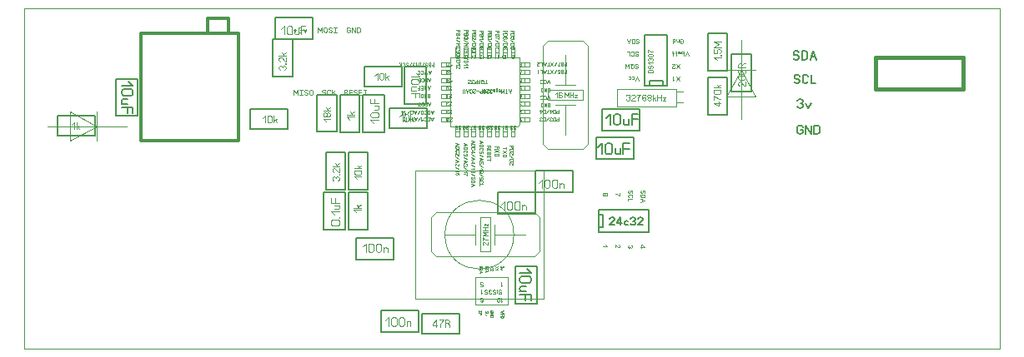
<source format=gbr>
%FSLAX34Y34*%
%MOMM*%
%LNSILK_TOP*%
G71*
G01*
%ADD10C, 0.002*%
%ADD11C, 0.159*%
%ADD12C, 0.100*%
%ADD13C, 0.400*%
%ADD14C, 0.150*%
%ADD15C, 0.079*%
%ADD16C, 0.000*%
%ADD17C, 0.048*%
%ADD18C, 0.095*%
%ADD19C, 0.089*%
%ADD20C, 0.111*%
%ADD21C, 0.144*%
%ADD22C, 0.300*%
%ADD23C, 0.067*%
%ADD24C, 0.078*%
%ADD25C, 0.143*%
%ADD26C, 0.064*%
%LPD*%
G54D10*
X792Y-396D02*
X990792Y-396D01*
X990792Y-346396D01*
X792Y-346396D01*
X792Y-396D01*
G54D11*
X782617Y-74948D02*
X783283Y-76059D01*
X784617Y-76614D01*
X785950Y-76614D01*
X787283Y-76059D01*
X787950Y-74948D01*
X787950Y-73837D01*
X787283Y-72726D01*
X785950Y-72170D01*
X784617Y-72170D01*
X783283Y-71614D01*
X782617Y-70503D01*
X782617Y-69392D01*
X783283Y-68281D01*
X784617Y-67726D01*
X785950Y-67726D01*
X787283Y-68281D01*
X787950Y-69392D01*
G54D11*
X796394Y-74948D02*
X795727Y-76059D01*
X794394Y-76614D01*
X793061Y-76614D01*
X791727Y-76059D01*
X791061Y-74948D01*
X791061Y-69392D01*
X791727Y-68281D01*
X793061Y-67726D01*
X794394Y-67726D01*
X795727Y-68281D01*
X796394Y-69392D01*
G54D11*
X799505Y-67726D02*
X799505Y-76614D01*
X804171Y-76614D01*
G54D11*
X781694Y-50761D02*
X782361Y-51872D01*
X783694Y-52428D01*
X785027Y-52428D01*
X786361Y-51872D01*
X787027Y-50761D01*
X787027Y-49650D01*
X786361Y-48539D01*
X785027Y-47984D01*
X783694Y-47984D01*
X782361Y-47428D01*
X781694Y-46317D01*
X781694Y-45206D01*
X782361Y-44095D01*
X783694Y-43539D01*
X785027Y-43539D01*
X786361Y-44095D01*
X787027Y-45206D01*
G54D11*
X790138Y-52428D02*
X790138Y-43539D01*
X793471Y-43539D01*
X794805Y-44095D01*
X795471Y-45206D01*
X795471Y-50761D01*
X794805Y-51872D01*
X793471Y-52428D01*
X790138Y-52428D01*
G54D11*
X798582Y-52428D02*
X801915Y-43539D01*
X805249Y-52428D01*
G54D11*
X799915Y-49095D02*
X803915Y-49095D01*
G54D11*
X788458Y-123764D02*
X791125Y-123764D01*
X791125Y-126541D01*
X790458Y-127653D01*
X789125Y-128208D01*
X787792Y-128208D01*
X786458Y-127653D01*
X785792Y-126541D01*
X785792Y-120986D01*
X786458Y-119875D01*
X787792Y-119319D01*
X789125Y-119319D01*
X790458Y-119875D01*
X791125Y-120986D01*
G54D11*
X794236Y-128208D02*
X794236Y-119319D01*
X799569Y-128208D01*
X799569Y-119319D01*
G54D11*
X802680Y-128208D02*
X802680Y-119319D01*
X806013Y-119319D01*
X807346Y-119875D01*
X808013Y-120986D01*
X808013Y-126541D01*
X807346Y-127653D01*
X806013Y-128208D01*
X802680Y-128208D01*
G54D11*
X785663Y-94418D02*
X786330Y-93307D01*
X787663Y-92752D01*
X788996Y-92752D01*
X790330Y-93307D01*
X790996Y-94418D01*
X790996Y-95529D01*
X790330Y-96640D01*
X788996Y-97196D01*
X790330Y-97752D01*
X790996Y-98863D01*
X790996Y-99974D01*
X790330Y-101085D01*
X788996Y-101640D01*
X787663Y-101640D01*
X786330Y-101085D01*
X785663Y-99974D01*
G54D11*
X794107Y-96640D02*
X796774Y-101640D01*
X799440Y-96640D01*
G54D12*
X527842Y-165496D02*
X397270Y-165496D01*
X397270Y-295671D01*
X527842Y-295671D01*
X527842Y-165496D01*
G54D12*
G75*
G01X497754Y-230584D02*
G03X497754Y-230584I-35000J0D01*
G01*
G54D13*
X865291Y-50265D02*
X954191Y-50265D01*
X954191Y-82015D01*
X865291Y-82015D01*
X865291Y-50265D01*
G54D14*
X630733Y-78833D02*
X653733Y-78833D01*
X653733Y-27733D01*
X630733Y-27733D01*
X630733Y-78833D01*
G54D14*
X635733Y-78833D02*
X648733Y-78833D01*
X648733Y-73833D01*
X635733Y-73833D01*
X635733Y-78833D01*
G54D15*
X638570Y-65483D02*
X634126Y-65483D01*
X634126Y-63816D01*
X634403Y-63150D01*
X634959Y-62816D01*
X637737Y-62816D01*
X638292Y-63150D01*
X638570Y-63816D01*
X638570Y-65483D01*
G54D15*
X637737Y-61260D02*
X638292Y-60927D01*
X638570Y-60260D01*
X638570Y-59593D01*
X638292Y-58927D01*
X637737Y-58593D01*
X637181Y-58593D01*
X636626Y-58927D01*
X636348Y-59593D01*
X636348Y-60260D01*
X636070Y-60927D01*
X635514Y-61260D01*
X634959Y-61260D01*
X634403Y-60927D01*
X634126Y-60260D01*
X634126Y-59593D01*
X634403Y-58927D01*
X634959Y-58593D01*
G54D15*
X635792Y-57037D02*
X634126Y-55370D01*
X638570Y-55370D01*
G54D15*
X634959Y-53814D02*
X634403Y-53481D01*
X634126Y-52814D01*
X634126Y-52147D01*
X634403Y-51481D01*
X634959Y-51147D01*
X635515Y-51147D01*
X636070Y-51481D01*
X636348Y-52147D01*
X636626Y-51481D01*
X637181Y-51147D01*
X637737Y-51147D01*
X638292Y-51481D01*
X638570Y-52147D01*
X638570Y-52814D01*
X638292Y-53481D01*
X637737Y-53814D01*
G54D15*
X634959Y-46924D02*
X637737Y-46924D01*
X638292Y-47258D01*
X638570Y-47924D01*
X638570Y-48591D01*
X638292Y-49258D01*
X637737Y-49591D01*
X634959Y-49591D01*
X634403Y-49258D01*
X634126Y-48591D01*
X634126Y-47924D01*
X634403Y-47258D01*
X634959Y-46924D01*
G54D15*
X634126Y-45368D02*
X634126Y-42701D01*
X634681Y-43035D01*
X635514Y-43701D01*
X636626Y-44368D01*
X637459Y-44701D01*
X638570Y-44701D01*
G54D15*
X665970Y-74082D02*
X662637Y-69638D01*
G54D15*
X665970Y-69638D02*
X662637Y-74082D01*
G54D15*
X661081Y-72415D02*
X659415Y-74082D01*
X659415Y-69638D01*
G54D15*
X667812Y-33760D02*
X666479Y-33760D01*
X666479Y-32371D01*
X666812Y-31815D01*
X667479Y-31538D01*
X668145Y-31538D01*
X668812Y-31815D01*
X669145Y-32371D01*
X669145Y-35149D01*
X668812Y-35704D01*
X668145Y-35982D01*
X667479Y-35982D01*
X666812Y-35704D01*
X666479Y-35149D01*
G54D15*
X664922Y-31538D02*
X664922Y-34038D01*
G54D15*
X664922Y-33482D02*
X664589Y-33871D01*
X663922Y-34038D01*
X663256Y-33871D01*
X662922Y-33482D01*
X662922Y-31538D01*
G54D15*
X659366Y-31538D02*
X659366Y-35982D01*
G54D15*
X659366Y-33315D02*
X659700Y-33871D01*
X660366Y-34038D01*
X661033Y-33871D01*
X661366Y-33315D01*
X661366Y-32204D01*
X661033Y-31649D01*
X660366Y-31538D01*
X659700Y-31649D01*
X659366Y-32204D01*
G54D15*
X624298Y-74082D02*
X622632Y-69638D01*
X620965Y-74082D01*
G54D15*
X617743Y-71971D02*
X618409Y-72138D01*
X619076Y-71971D01*
X619409Y-71416D01*
X619409Y-70304D01*
X619076Y-69749D01*
X618410Y-69638D01*
X617743Y-69749D01*
G54D15*
X614520Y-71971D02*
X615187Y-72138D01*
X615853Y-71971D01*
X616186Y-71415D01*
X616186Y-70304D01*
X615853Y-69749D01*
X615186Y-69638D01*
X614520Y-69749D01*
G54D15*
X665970Y-61382D02*
X662637Y-56938D01*
G54D15*
X665970Y-56938D02*
X662637Y-61382D01*
G54D15*
X658415Y-56938D02*
X661081Y-56938D01*
X661081Y-57215D01*
X660748Y-57771D01*
X658748Y-59438D01*
X658415Y-59993D01*
X658415Y-60549D01*
X658748Y-61104D01*
X659415Y-61382D01*
X660081Y-61382D01*
X660748Y-61104D01*
X661081Y-60549D01*
G54D15*
X675030Y-48394D02*
X673363Y-43949D01*
X671697Y-48394D01*
G54D15*
X670141Y-43949D02*
X670141Y-48394D01*
G54D15*
X670141Y-45727D02*
X669808Y-46283D01*
X669141Y-46449D01*
X668474Y-46283D01*
X668141Y-45727D01*
X668141Y-44616D01*
X668474Y-44060D01*
X669141Y-43949D01*
X669808Y-44060D01*
X670141Y-44616D01*
G54D15*
X666585Y-46171D02*
X665918Y-46449D01*
X665118Y-46449D01*
X664585Y-45894D01*
X664585Y-43949D01*
G54D15*
X664585Y-44783D02*
X664918Y-45338D01*
X665585Y-45449D01*
X666252Y-45338D01*
X666585Y-44783D01*
X666452Y-44227D01*
X665918Y-43949D01*
X665585Y-43949D01*
X665452Y-43949D01*
X664918Y-44227D01*
X664585Y-44783D01*
G54D15*
X662362Y-48394D02*
X662362Y-44227D01*
X662029Y-43949D01*
X661696Y-44060D01*
G54D15*
X663029Y-46449D02*
X661696Y-46449D01*
G54D15*
X659473Y-48394D02*
X659473Y-44227D01*
X659140Y-43949D01*
X658807Y-44060D01*
G54D15*
X660140Y-46449D02*
X658807Y-46449D01*
G54D15*
X623505Y-57771D02*
X623172Y-57216D01*
X622505Y-56938D01*
X621838Y-56938D01*
X621171Y-57216D01*
X620838Y-57771D01*
X620838Y-58327D01*
X621172Y-58882D01*
X621838Y-59160D01*
X622505Y-59160D01*
X623172Y-59438D01*
X623505Y-59993D01*
X623505Y-60549D01*
X623171Y-61104D01*
X622505Y-61382D01*
X621838Y-61382D01*
X621171Y-61104D01*
X620838Y-60549D01*
G54D15*
X617948Y-57771D02*
X616282Y-56938D01*
G54D15*
X616615Y-60549D02*
X616615Y-57771D01*
X616948Y-57215D01*
X617615Y-56938D01*
X618282Y-56938D01*
X618948Y-57216D01*
X619282Y-57771D01*
X619282Y-60549D01*
X618948Y-61104D01*
X618282Y-61382D01*
X617615Y-61382D01*
X616948Y-61104D01*
X616615Y-60549D01*
G54D15*
X614726Y-61382D02*
X614726Y-56938D01*
X613059Y-59716D01*
X611392Y-56938D01*
X611392Y-61382D01*
G54D15*
X623902Y-45071D02*
X623568Y-44515D01*
X622902Y-44238D01*
X622235Y-44238D01*
X621568Y-44515D01*
X621235Y-45071D01*
X621235Y-45626D01*
X621568Y-46182D01*
X622235Y-46460D01*
X622902Y-46460D01*
X623568Y-46738D01*
X623902Y-47293D01*
X623902Y-47849D01*
X623568Y-48404D01*
X622902Y-48682D01*
X622235Y-48682D01*
X621568Y-48404D01*
X621235Y-47849D01*
G54D15*
X617012Y-45071D02*
X617345Y-44515D01*
X618012Y-44238D01*
X618679Y-44238D01*
X619345Y-44515D01*
X619678Y-45071D01*
X619679Y-47849D01*
X619345Y-48404D01*
X618678Y-48682D01*
X618012Y-48682D01*
X617345Y-48404D01*
X617012Y-47849D01*
G54D15*
X615456Y-48682D02*
X615456Y-44238D01*
X613122Y-44238D01*
G54D15*
X624298Y-32371D02*
X623965Y-31815D01*
X623298Y-31538D01*
X622632Y-31538D01*
X621965Y-31815D01*
X621632Y-32371D01*
X621632Y-32927D01*
X621965Y-33482D01*
X622632Y-33760D01*
X623298Y-33760D01*
X623965Y-34038D01*
X624298Y-34593D01*
X624298Y-35149D01*
X623965Y-35704D01*
X623298Y-35982D01*
X622632Y-35982D01*
X621965Y-35704D01*
X621632Y-35149D01*
G54D15*
X620076Y-31538D02*
X620075Y-35982D01*
X618409Y-35982D01*
X617742Y-35704D01*
X617409Y-35149D01*
X617409Y-32371D01*
X617742Y-31815D01*
X618409Y-31538D01*
X620076Y-31538D01*
G54D15*
X615852Y-31538D02*
X614186Y-35982D01*
X612519Y-31538D01*
G54D15*
X615186Y-33204D02*
X613186Y-33204D01*
G54D16*
X662805Y-82139D02*
X602504Y-82139D01*
X602504Y-100239D01*
X662804Y-100239D01*
X662805Y-82139D01*
G54D16*
X662805Y-85239D02*
X669104Y-85239D01*
G54D16*
X662804Y-96339D02*
X669104Y-96339D01*
G54D12*
X491613Y-302133D02*
X458276Y-302134D01*
X458276Y-273558D01*
X491613Y-273558D01*
X491613Y-302133D01*
G54D15*
X485052Y-287473D02*
X484719Y-286917D01*
X484053Y-286639D01*
X483386Y-286639D01*
X482719Y-286917D01*
X482386Y-287472D01*
X482386Y-288028D01*
X482719Y-288584D01*
X483386Y-288861D01*
X484053Y-288862D01*
X484719Y-289139D01*
X485053Y-289695D01*
X485052Y-290250D01*
X484719Y-290806D01*
X484053Y-291084D01*
X483386Y-291084D01*
X482719Y-290806D01*
X482386Y-290250D01*
G54D15*
X480830Y-286639D02*
X480830Y-289139D01*
G54D15*
X480829Y-289972D02*
X480829Y-289972D01*
G54D15*
X476607Y-291084D02*
X479274Y-291084D01*
X479273Y-289139D01*
X478940Y-289139D01*
X478274Y-289417D01*
X477607Y-289417D01*
X476940Y-289139D01*
X476607Y-288584D01*
X476607Y-287472D01*
X476940Y-286917D01*
X477607Y-286639D01*
X478274Y-286639D01*
X478940Y-286917D01*
X479273Y-287472D01*
G54D15*
X475050Y-290250D02*
X474717Y-290806D01*
X474051Y-291084D01*
X473384Y-291084D01*
X472717Y-290806D01*
X472384Y-290250D01*
X472384Y-289695D01*
X472717Y-289139D01*
X473384Y-288861D01*
X472717Y-288584D01*
X472384Y-288028D01*
X472384Y-287472D01*
X472717Y-286917D01*
X473384Y-286639D01*
X474051Y-286639D01*
X474717Y-286917D01*
X475051Y-287472D01*
G54D15*
X468161Y-291084D02*
X470828Y-291084D01*
X470827Y-289139D01*
X470494Y-289139D01*
X469828Y-289417D01*
X469161Y-289417D01*
X468494Y-289139D01*
X468161Y-288584D01*
X468161Y-287472D01*
X468494Y-286917D01*
X469161Y-286639D01*
X469828Y-286639D01*
X470494Y-286917D01*
X470828Y-287472D01*
G54D15*
X466605Y-289417D02*
X464938Y-291084D01*
X464938Y-286639D01*
G54D15*
X486640Y-281479D02*
X484974Y-283146D01*
X484973Y-278702D01*
G54D15*
X463336Y-283146D02*
X466003Y-283146D01*
X466002Y-281202D01*
X465669Y-281202D01*
X465002Y-281480D01*
X464336Y-281480D01*
X463669Y-281202D01*
X463336Y-280646D01*
X463336Y-279535D01*
X463669Y-278980D01*
X464336Y-278702D01*
X465003Y-278702D01*
X465669Y-278979D01*
X466003Y-279535D01*
G54D15*
X463336Y-298188D02*
X463669Y-298743D01*
X464336Y-299021D01*
X465002Y-299021D01*
X465669Y-298743D01*
X466003Y-298188D01*
X466002Y-296799D01*
X466002Y-296521D01*
X465002Y-297077D01*
X464336Y-297077D01*
X463669Y-296799D01*
X463336Y-296243D01*
X463336Y-295410D01*
X463669Y-294855D01*
X464336Y-294577D01*
X465002Y-294577D01*
X465669Y-294855D01*
X466003Y-295410D01*
X466002Y-296799D01*
G54D15*
X486640Y-297354D02*
X484973Y-299021D01*
X484973Y-294577D01*
G54D15*
X480750Y-298188D02*
X480750Y-295410D01*
X481084Y-294855D01*
X481750Y-294577D01*
X482417Y-294577D01*
X483084Y-294854D01*
X483417Y-295410D01*
X483417Y-298188D01*
X483084Y-298743D01*
X482417Y-299021D01*
X481750Y-299021D01*
X481084Y-298743D01*
X480750Y-298188D01*
G54D17*
X469424Y-262556D02*
X469090Y-262756D01*
X468924Y-263156D01*
X468924Y-263556D01*
X469090Y-263956D01*
X469424Y-264156D01*
X469757Y-264156D01*
X470090Y-263956D01*
X470257Y-263556D01*
X470257Y-263156D01*
X470424Y-262756D01*
X470757Y-262556D01*
X471090Y-262556D01*
X471424Y-262756D01*
X471590Y-263156D01*
X471590Y-263556D01*
X471424Y-263956D01*
X471090Y-264156D01*
G54D17*
X469424Y-266689D02*
X469090Y-266489D01*
X468924Y-266089D01*
X468924Y-265689D01*
X469091Y-265289D01*
X469424Y-265089D01*
X471090Y-265089D01*
X471424Y-265289D01*
X471590Y-265689D01*
X471590Y-266089D01*
X471424Y-266489D01*
X471090Y-266689D01*
G54D17*
X471590Y-267622D02*
X468924Y-267622D01*
X468924Y-269022D01*
G54D17*
X463448Y-262353D02*
X463114Y-262553D01*
X462948Y-262953D01*
X462948Y-263353D01*
X463114Y-263753D01*
X463448Y-263953D01*
X463781Y-263953D01*
X464114Y-263753D01*
X464281Y-263353D01*
X464281Y-262952D01*
X464448Y-262553D01*
X464781Y-262353D01*
X465114Y-262353D01*
X465448Y-262553D01*
X465614Y-262953D01*
X465614Y-263353D01*
X465448Y-263753D01*
X465114Y-263953D01*
G54D17*
X462948Y-264886D02*
X465614Y-264886D01*
X465614Y-265886D01*
X465448Y-266286D01*
X465114Y-266486D01*
X463448Y-266486D01*
X463114Y-266286D01*
X462948Y-265886D01*
X462948Y-264886D01*
G54D17*
X462948Y-267419D02*
X465614Y-268419D01*
X462948Y-269419D01*
G54D17*
X463948Y-267819D02*
X463948Y-269019D01*
G54D17*
X476330Y-262353D02*
X473663Y-264353D01*
G54D17*
X473663Y-262353D02*
X476330Y-264353D01*
G54D17*
X473663Y-266886D02*
X473663Y-265286D01*
X473830Y-265286D01*
X474163Y-265486D01*
X475163Y-266686D01*
X475497Y-266886D01*
X475830Y-266886D01*
X476163Y-266686D01*
X476330Y-266286D01*
X476330Y-265886D01*
X476163Y-265486D01*
X475830Y-265286D01*
G54D17*
X481490Y-262353D02*
X478823Y-264353D01*
G54D17*
X478823Y-262353D02*
X481489Y-264353D01*
G54D17*
X480489Y-265286D02*
X481490Y-266286D01*
X478823Y-266286D01*
G54D17*
X486546Y-262353D02*
X486879Y-262552D01*
X487046Y-262953D01*
X487046Y-263353D01*
X486879Y-263753D01*
X486545Y-263953D01*
X486212Y-263953D01*
X485879Y-263753D01*
X485712Y-263353D01*
X485545Y-263753D01*
X485212Y-263953D01*
X484879Y-263953D01*
X484545Y-263753D01*
X484379Y-263353D01*
X484379Y-262953D01*
X484546Y-262553D01*
X484879Y-262353D01*
G54D17*
X485879Y-264886D02*
X484379Y-265686D01*
X485879Y-266486D01*
G54D17*
X470671Y-308390D02*
X471004Y-308590D01*
X471171Y-308990D01*
X471171Y-309390D01*
X471004Y-309790D01*
X470671Y-309990D01*
X470337Y-309990D01*
X470004Y-309790D01*
X469837Y-309390D01*
X469670Y-309790D01*
X469337Y-309990D01*
X469004Y-309990D01*
X468671Y-309790D01*
X468504Y-309390D01*
X468504Y-308990D01*
X468671Y-308590D01*
X469004Y-308390D01*
G54D17*
X470004Y-310923D02*
X468504Y-311724D01*
X470004Y-312523D01*
G54D17*
X474997Y-308793D02*
X474997Y-309594D01*
X474163Y-309593D01*
X473830Y-309393D01*
X473663Y-308994D01*
X473663Y-308594D01*
X473830Y-308194D01*
X474163Y-307993D01*
X475830Y-307993D01*
X476163Y-308193D01*
X476330Y-308594D01*
X476330Y-308994D01*
X476163Y-309394D01*
X475830Y-309594D01*
G54D17*
X473663Y-310526D02*
X476330Y-310526D01*
X473663Y-312126D01*
X476330Y-312126D01*
G54D17*
X473663Y-313060D02*
X476330Y-313060D01*
X476330Y-314059D01*
X476163Y-314459D01*
X475830Y-314659D01*
X474163Y-314659D01*
X473830Y-314459D01*
X473663Y-314060D01*
X473663Y-313060D01*
G54D17*
X487046Y-307994D02*
X484379Y-308994D01*
X487046Y-309994D01*
G54D17*
X484379Y-310926D02*
X487046Y-310926D01*
X487046Y-312327D01*
G54D17*
X485712Y-310927D02*
X485712Y-312326D01*
G54D17*
X486546Y-314859D02*
X484879Y-314859D01*
X484546Y-314660D01*
X484379Y-314259D01*
X484379Y-313860D01*
X484545Y-313459D01*
X484879Y-313259D01*
X486546Y-313260D01*
X486879Y-313460D01*
X487046Y-313860D01*
X487046Y-314259D01*
X486879Y-314659D01*
X486546Y-314859D01*
G54D17*
X462154Y-307597D02*
X462154Y-309197D01*
G54D17*
X462154Y-308396D02*
X464821Y-308396D01*
G54D17*
X464821Y-307596D02*
X464821Y-309196D01*
G54D17*
X462154Y-310130D02*
X464821Y-310129D01*
X464821Y-311530D01*
G54D17*
X463487Y-310130D02*
X463487Y-311529D01*
G54D12*
X509468Y-230264D02*
X478512Y-230264D01*
G54D12*
X473749Y-212801D02*
X473749Y-247801D01*
X463749Y-247801D01*
X463749Y-212801D01*
X473749Y-212801D01*
G54D12*
X458668Y-230264D02*
X446168Y-230264D01*
X427712Y-230264D01*
G54D12*
X458668Y-220342D02*
X458668Y-240342D01*
G54D12*
X478512Y-220342D02*
X478512Y-240342D01*
G54D16*
X488830Y-207642D02*
X518831Y-207642D01*
X523831Y-212642D01*
X523831Y-247642D01*
X518831Y-252642D01*
X418830Y-252642D01*
X413830Y-247642D01*
X413830Y-212642D01*
X418830Y-207642D01*
X488830Y-207642D01*
G54D14*
X387040Y-59976D02*
X409040Y-59976D01*
X409040Y-97976D01*
X387040Y-97976D01*
X387040Y-59976D01*
G54D18*
X274201Y-88644D02*
X274201Y-83311D01*
X276201Y-86644D01*
X278201Y-83311D01*
X278201Y-88644D01*
G54D18*
X280068Y-88644D02*
X283268Y-88644D01*
G54D18*
X281668Y-88644D02*
X281668Y-83311D01*
G54D18*
X280068Y-83311D02*
X283268Y-83311D01*
G54D18*
X285135Y-87644D02*
X285535Y-88311D01*
X286335Y-88644D01*
X287135Y-88644D01*
X287935Y-88311D01*
X288335Y-87644D01*
X288335Y-86977D01*
X287935Y-86311D01*
X287135Y-85977D01*
X286335Y-85977D01*
X285535Y-85644D01*
X285135Y-84977D01*
X285135Y-84311D01*
X285535Y-83644D01*
X286335Y-83311D01*
X287135Y-83311D01*
X287935Y-83644D01*
X288335Y-84311D01*
G54D18*
X293402Y-84311D02*
X293402Y-87644D01*
X293002Y-88311D01*
X292202Y-88644D01*
X291402Y-88644D01*
X290602Y-88311D01*
X290202Y-87644D01*
X290202Y-84311D01*
X290602Y-83644D01*
X291402Y-83311D01*
X292202Y-83311D01*
X293002Y-83644D01*
X293402Y-84311D01*
G54D18*
X273804Y-22414D02*
X277004Y-22414D01*
G54D18*
X275404Y-21080D02*
X275404Y-23747D01*
G54D18*
X278871Y-20414D02*
X279271Y-19747D01*
X280071Y-19414D01*
X280871Y-19414D01*
X281671Y-19747D01*
X282071Y-20414D01*
X282071Y-21080D01*
X281671Y-21747D01*
X280871Y-22080D01*
X281671Y-22414D01*
X282071Y-23080D01*
X282071Y-23747D01*
X281671Y-24414D01*
X280871Y-24747D01*
X280071Y-24747D01*
X279271Y-24414D01*
X278871Y-23747D01*
G54D18*
X283938Y-21747D02*
X285538Y-24747D01*
X287138Y-21747D01*
G54D18*
X303172Y-87247D02*
X303572Y-87914D01*
X304372Y-88247D01*
X305172Y-88247D01*
X305972Y-87914D01*
X306372Y-87247D01*
X306372Y-86580D01*
X305972Y-85914D01*
X305172Y-85580D01*
X304372Y-85580D01*
X303572Y-85247D01*
X303172Y-84580D01*
X303172Y-83914D01*
X303572Y-83247D01*
X304372Y-82914D01*
X305172Y-82914D01*
X305972Y-83247D01*
X306372Y-83914D01*
G54D18*
X311440Y-87247D02*
X311040Y-87914D01*
X310240Y-88247D01*
X309440Y-88247D01*
X308640Y-87914D01*
X308240Y-87247D01*
X308240Y-83914D01*
X308640Y-83247D01*
X309440Y-82914D01*
X310240Y-82914D01*
X311040Y-83247D01*
X311440Y-83914D01*
G54D18*
X313306Y-88247D02*
X313306Y-82914D01*
G54D18*
X313306Y-86580D02*
X316506Y-82914D01*
G54D18*
X314506Y-85580D02*
X316506Y-88247D01*
G54D18*
X326998Y-85580D02*
X328198Y-86247D01*
X328598Y-86914D01*
X328598Y-88247D01*
G54D18*
X325398Y-88247D02*
X325398Y-82914D01*
X327398Y-82914D01*
X328198Y-83247D01*
X328598Y-83914D01*
X328598Y-84580D01*
X328198Y-85247D01*
X327398Y-85580D01*
X325398Y-85580D01*
G54D18*
X333264Y-88247D02*
X330464Y-88247D01*
X330464Y-82914D01*
X333264Y-82914D01*
G54D18*
X330464Y-85580D02*
X333264Y-85580D01*
G54D18*
X335132Y-87247D02*
X335532Y-87914D01*
X336332Y-88247D01*
X337132Y-88247D01*
X337932Y-87914D01*
X338332Y-87247D01*
X338332Y-86580D01*
X337932Y-85914D01*
X337132Y-85580D01*
X336332Y-85580D01*
X335532Y-85247D01*
X335132Y-84580D01*
X335132Y-83914D01*
X335532Y-83247D01*
X336332Y-82914D01*
X337132Y-82914D01*
X337932Y-83247D01*
X338332Y-83914D01*
G54D18*
X342998Y-88247D02*
X340198Y-88247D01*
X340198Y-82914D01*
X342998Y-82914D01*
G54D18*
X340198Y-85580D02*
X342998Y-85580D01*
G54D18*
X346466Y-88247D02*
X346466Y-82914D01*
G54D18*
X344866Y-82914D02*
X348066Y-82914D01*
G54D18*
X298807Y-24747D02*
X298807Y-19414D01*
X300807Y-22747D01*
X302807Y-19414D01*
X302807Y-24747D01*
G54D18*
X307874Y-20414D02*
X307874Y-23747D01*
X307474Y-24414D01*
X306674Y-24747D01*
X305874Y-24747D01*
X305074Y-24414D01*
X304674Y-23747D01*
X304674Y-20414D01*
X305074Y-19747D01*
X305874Y-19414D01*
X306674Y-19414D01*
X307474Y-19747D01*
X307874Y-20414D01*
G54D18*
X309741Y-23747D02*
X310141Y-24414D01*
X310941Y-24747D01*
X311741Y-24747D01*
X312541Y-24414D01*
X312941Y-23747D01*
X312941Y-23080D01*
X312541Y-22414D01*
X311741Y-22080D01*
X310941Y-22080D01*
X310141Y-21747D01*
X309741Y-21080D01*
X309741Y-20414D01*
X310141Y-19747D01*
X310941Y-19414D01*
X311741Y-19414D01*
X312541Y-19747D01*
X312941Y-20414D01*
G54D18*
X314808Y-24747D02*
X318008Y-24747D01*
G54D18*
X316408Y-24747D02*
X316408Y-19414D01*
G54D18*
X314808Y-19414D02*
X318008Y-19414D01*
G54D18*
X329776Y-22080D02*
X331376Y-22080D01*
X331376Y-23747D01*
X330976Y-24414D01*
X330176Y-24747D01*
X329376Y-24747D01*
X328576Y-24414D01*
X328176Y-23747D01*
X328176Y-20414D01*
X328576Y-19747D01*
X329376Y-19414D01*
X330176Y-19414D01*
X330976Y-19747D01*
X331376Y-20414D01*
G54D18*
X333243Y-24747D02*
X333243Y-19414D01*
X336443Y-24747D01*
X336443Y-19414D01*
G54D18*
X338310Y-24747D02*
X338310Y-19414D01*
X340310Y-19414D01*
X341110Y-19747D01*
X341510Y-20414D01*
X341510Y-23747D01*
X341110Y-24414D01*
X340310Y-24747D01*
X338310Y-24747D01*
G54D14*
X345751Y-79849D02*
X345752Y-59849D01*
X383751Y-59849D01*
X383751Y-79849D01*
X345751Y-79849D01*
G54D19*
X356550Y-68613D02*
X359217Y-65947D01*
X359217Y-73058D01*
G54D19*
X365440Y-67280D02*
X365440Y-71724D01*
X364907Y-72613D01*
X363840Y-73058D01*
X362773Y-73058D01*
X361707Y-72613D01*
X361173Y-71724D01*
X361173Y-67280D01*
X361707Y-66391D01*
X362773Y-65947D01*
X363840Y-65947D01*
X364907Y-66391D01*
X365440Y-67280D01*
G54D19*
X367396Y-73058D02*
X367396Y-65947D01*
G54D19*
X368996Y-70391D02*
X370596Y-73058D01*
G54D19*
X367396Y-71280D02*
X370596Y-69058D01*
G54D14*
X115353Y-109882D02*
X93353Y-109882D01*
X93353Y-71882D01*
X115353Y-71882D01*
X115353Y-109882D01*
G54D20*
X398683Y-66378D02*
X402016Y-69712D01*
X393128Y-69712D01*
G54D20*
X400350Y-77489D02*
X394794Y-77489D01*
X393683Y-76822D01*
X393128Y-75489D01*
X393128Y-74155D01*
X393683Y-72822D01*
X394794Y-72155D01*
X400350Y-72155D01*
X401461Y-72822D01*
X402016Y-74155D01*
X402016Y-75489D01*
X401461Y-76822D01*
X400350Y-77489D01*
G54D20*
X398128Y-83932D02*
X393128Y-83932D01*
G54D20*
X394239Y-83932D02*
X393350Y-83266D01*
X393128Y-81932D01*
X393350Y-80599D01*
X394239Y-79932D01*
X398128Y-79932D01*
G54D20*
X393128Y-86376D02*
X402016Y-86376D01*
X402016Y-91043D01*
G54D20*
X397572Y-86376D02*
X397572Y-91043D01*
G54D14*
X587003Y-124901D02*
X587002Y-102901D01*
X625002Y-102901D01*
X625003Y-124901D01*
X587003Y-124901D01*
G54D21*
X591681Y-111893D02*
X596015Y-107559D01*
X596015Y-119115D01*
G54D21*
X606126Y-109726D02*
X606126Y-116948D01*
X605259Y-118393D01*
X603526Y-119115D01*
X601792Y-119115D01*
X600059Y-118393D01*
X599192Y-116948D01*
X599192Y-109726D01*
X600059Y-108282D01*
X601792Y-107559D01*
X603526Y-107559D01*
X605259Y-108282D01*
X606126Y-109726D01*
G54D21*
X614503Y-112615D02*
X614503Y-119115D01*
G54D21*
X614503Y-117670D02*
X613637Y-118826D01*
X611903Y-119115D01*
X610170Y-118826D01*
X609303Y-117670D01*
X609303Y-112615D01*
G54D21*
X617681Y-119115D02*
X617681Y-107559D01*
X623748Y-107559D01*
G54D21*
X617681Y-113337D02*
X623748Y-113337D01*
G54D14*
X267813Y-102711D02*
X267813Y-122711D01*
X229813Y-122711D01*
X229813Y-102711D01*
X267813Y-102711D01*
G54D19*
X242954Y-112170D02*
X245620Y-109503D01*
X245620Y-116614D01*
G54D19*
X251843Y-110836D02*
X251843Y-115281D01*
X251310Y-116170D01*
X250243Y-116614D01*
X249177Y-116614D01*
X248110Y-116170D01*
X247577Y-115281D01*
X247577Y-110836D01*
X248110Y-109947D01*
X249177Y-109503D01*
X250243Y-109503D01*
X251310Y-109947D01*
X251843Y-110836D01*
G54D19*
X253800Y-116614D02*
X253800Y-109503D01*
G54D19*
X255400Y-113947D02*
X257000Y-116614D01*
G54D19*
X253800Y-114836D02*
X257000Y-112614D01*
G54D21*
X106708Y-75109D02*
X111041Y-79443D01*
X99485Y-79443D01*
G54D21*
X108874Y-89554D02*
X101652Y-89554D01*
X100208Y-88687D01*
X99485Y-86954D01*
X99485Y-85220D01*
X100208Y-83487D01*
X101652Y-82620D01*
X108874Y-82620D01*
X110319Y-83487D01*
X111041Y-85220D01*
X111041Y-86954D01*
X110319Y-88687D01*
X108874Y-89554D01*
G54D21*
X105985Y-97931D02*
X99485Y-97931D01*
G54D21*
X100930Y-97931D02*
X99774Y-97065D01*
X99485Y-95331D01*
X99774Y-93598D01*
X100930Y-92731D01*
X105985Y-92731D01*
G54D21*
X99485Y-101109D02*
X111041Y-101109D01*
X111041Y-107176D01*
G54D21*
X105263Y-101109D02*
X105263Y-107176D01*
G54D22*
X119458Y-134936D02*
X218280Y-134936D01*
X218280Y-25398D01*
X119458Y-25398D01*
X119458Y-134936D01*
G54D14*
X318070Y-126035D02*
X298070Y-126034D01*
X298070Y-88035D01*
X318070Y-88035D01*
X318070Y-126035D01*
G54D19*
X306834Y-115236D02*
X304167Y-112569D01*
X311278Y-112569D01*
G54D19*
X307723Y-107946D02*
X307723Y-109013D01*
X307278Y-110079D01*
X306389Y-110613D01*
X305500Y-110613D01*
X304612Y-110079D01*
X304167Y-109013D01*
X304167Y-107946D01*
X304612Y-106879D01*
X305500Y-106346D01*
X306389Y-106346D01*
X307278Y-106879D01*
X307723Y-107946D01*
X308167Y-106879D01*
X309056Y-106346D01*
X309945Y-106346D01*
X310834Y-106879D01*
X311278Y-107946D01*
X311278Y-109013D01*
X310834Y-110079D01*
X309945Y-110613D01*
X309056Y-110613D01*
X308167Y-110079D01*
X307723Y-109013D01*
G54D19*
X311278Y-104390D02*
X304167Y-104390D01*
G54D19*
X308612Y-102790D02*
X311278Y-101190D01*
G54D19*
X309500Y-104390D02*
X307278Y-101190D01*
G54D14*
X34552Y-129855D02*
X34552Y-109855D01*
X72552Y-109855D01*
X72552Y-129855D01*
X34552Y-129855D01*
G54D14*
X341088Y-126086D02*
X321088Y-126086D01*
X321088Y-88086D01*
X341087Y-88086D01*
X341088Y-126086D01*
G54D19*
X48882Y-118754D02*
X51549Y-116087D01*
X51549Y-123198D01*
G54D19*
X53506Y-123198D02*
X53506Y-116087D01*
G54D19*
X55106Y-120532D02*
X56706Y-123198D01*
G54D19*
X53506Y-121421D02*
X56706Y-119198D01*
G54D19*
X331177Y-113342D02*
X328510Y-110675D01*
X335621Y-110675D01*
G54D19*
X335621Y-108719D02*
X328510Y-108719D01*
G54D19*
X332955Y-107119D02*
X335621Y-105519D01*
G54D19*
X333844Y-108719D02*
X331621Y-105519D01*
G54D14*
X349698Y-184892D02*
X329698Y-184892D01*
X329698Y-146892D01*
X349698Y-146892D01*
X349698Y-184892D01*
G54D19*
X338462Y-174093D02*
X335795Y-171427D01*
X342906Y-171427D01*
G54D19*
X337129Y-165204D02*
X341573Y-165204D01*
X342462Y-165737D01*
X342906Y-166804D01*
X342906Y-167870D01*
X342462Y-168937D01*
X341573Y-169470D01*
X337129Y-169470D01*
X336240Y-168937D01*
X335795Y-167870D01*
X335795Y-166804D01*
X336240Y-165737D01*
X337129Y-165204D01*
G54D19*
X342906Y-163247D02*
X335795Y-163247D01*
G54D19*
X340240Y-161647D02*
X342906Y-160047D01*
G54D19*
X341129Y-163247D02*
X338906Y-160047D01*
G54D14*
X499356Y-262779D02*
X521356Y-262779D01*
X521356Y-300779D01*
X499356Y-300779D01*
X499356Y-262779D01*
G54D21*
X511078Y-265213D02*
X515411Y-269546D01*
X503856Y-269546D01*
G54D21*
X513245Y-279657D02*
X506022Y-279657D01*
X504578Y-278790D01*
X503856Y-277057D01*
X503856Y-275324D01*
X504578Y-273590D01*
X506022Y-272724D01*
X513245Y-272724D01*
X514689Y-273590D01*
X515411Y-275324D01*
X515411Y-277057D01*
X514689Y-278790D01*
X513245Y-279657D01*
G54D21*
X510356Y-288035D02*
X503856Y-288035D01*
G54D21*
X505300Y-288035D02*
X504145Y-287168D01*
X503856Y-285435D01*
X504145Y-283701D01*
X505300Y-282835D01*
X510356Y-282835D01*
G54D21*
X503856Y-291213D02*
X515411Y-291213D01*
X515411Y-297279D01*
G54D21*
X509634Y-291213D02*
X509634Y-297279D01*
G54D12*
X549962Y-129280D02*
X549962Y-98324D01*
G54D12*
X567424Y-93561D02*
X532424Y-93561D01*
X532424Y-83561D01*
X567424Y-83561D01*
X567424Y-93561D01*
G54D12*
X549962Y-78480D02*
X549962Y-65980D01*
X549962Y-47524D01*
G54D12*
X559884Y-78480D02*
X539884Y-78480D01*
G54D12*
X559884Y-98324D02*
X539884Y-98324D01*
G54D16*
X572584Y-108643D02*
X572584Y-138643D01*
X567584Y-143643D01*
X532584Y-143643D01*
X527584Y-138643D01*
X527584Y-38643D01*
X532584Y-33643D01*
X567584Y-33643D01*
X572584Y-38643D01*
X572584Y-108643D01*
G54D14*
X366296Y-126084D02*
X344296Y-126085D01*
X344296Y-88085D01*
X366296Y-88084D01*
X366296Y-126084D01*
G54D20*
X355223Y-117191D02*
X351890Y-113858D01*
X360779Y-113858D01*
G54D20*
X353557Y-106081D02*
X359112Y-106081D01*
X360223Y-106748D01*
X360779Y-108081D01*
X360779Y-109414D01*
X360223Y-110748D01*
X359112Y-111414D01*
X353557Y-111414D01*
X352446Y-110748D01*
X351890Y-109414D01*
X351890Y-108081D01*
X352446Y-106748D01*
X353557Y-106081D01*
G54D20*
X355779Y-99637D02*
X360779Y-99637D01*
G54D20*
X359668Y-99637D02*
X360557Y-100304D01*
X360779Y-101637D01*
X360557Y-102970D01*
X359668Y-103637D01*
X355779Y-103637D01*
G54D20*
X360779Y-97193D02*
X351890Y-97193D01*
X351890Y-92526D01*
G54D20*
X356334Y-97193D02*
X356334Y-92526D01*
G54D14*
X619496Y-131476D02*
X619496Y-153477D01*
X581496Y-153477D01*
X581496Y-131476D01*
X619496Y-131476D01*
G54D21*
X582823Y-141596D02*
X587157Y-137262D01*
X587157Y-148818D01*
G54D21*
X597268Y-139429D02*
X597268Y-146651D01*
X596401Y-148096D01*
X594668Y-148818D01*
X592934Y-148818D01*
X591201Y-148096D01*
X590334Y-146651D01*
X590334Y-139429D01*
X591201Y-137985D01*
X592934Y-137262D01*
X594668Y-137262D01*
X596401Y-137985D01*
X597268Y-139429D01*
G54D21*
X605645Y-142318D02*
X605645Y-148818D01*
G54D21*
X605645Y-147374D02*
X604779Y-148529D01*
X603046Y-148818D01*
X601312Y-148529D01*
X600445Y-147374D01*
X600446Y-142318D01*
G54D21*
X608823Y-148818D02*
X608823Y-137262D01*
X614890Y-137262D01*
G54D21*
X608824Y-143040D02*
X614890Y-143040D01*
G54D14*
X306707Y-146867D02*
X326707Y-146867D01*
X326707Y-184867D01*
X306707Y-184867D01*
X306707Y-146867D01*
G54D19*
X314832Y-175749D02*
X313943Y-175216D01*
X313499Y-174149D01*
X313499Y-173083D01*
X313943Y-172016D01*
X314832Y-171483D01*
X315721Y-171483D01*
X316610Y-172016D01*
X317054Y-173083D01*
X317499Y-172016D01*
X318388Y-171483D01*
X319277Y-171483D01*
X320166Y-172016D01*
X320610Y-173083D01*
X320610Y-174149D01*
X320166Y-175216D01*
X319277Y-175749D01*
G54D19*
X320610Y-169100D02*
X320610Y-169526D01*
X320254Y-169526D01*
X320254Y-169100D01*
X320610Y-169100D01*
X320610Y-169526D01*
G54D19*
X320610Y-162877D02*
X320610Y-167143D01*
X320166Y-167143D01*
X319277Y-166610D01*
X316610Y-163410D01*
X315721Y-162877D01*
X314832Y-162877D01*
X313943Y-163410D01*
X313499Y-164477D01*
X313499Y-165543D01*
X313943Y-166610D01*
X314832Y-167143D01*
G54D19*
X320610Y-160920D02*
X313499Y-160920D01*
G54D19*
X317943Y-159320D02*
X320610Y-157720D01*
G54D19*
X318832Y-160920D02*
X316610Y-157720D01*
G54D14*
X329724Y-187400D02*
X349724Y-187400D01*
X349724Y-225400D01*
X329724Y-225400D01*
X329724Y-187400D01*
G54D19*
X337841Y-207981D02*
X335175Y-205314D01*
X342286Y-205314D01*
G54D19*
X342286Y-203358D02*
X335175Y-203358D01*
G54D19*
X339619Y-201758D02*
X342286Y-200158D01*
G54D19*
X340508Y-203358D02*
X338286Y-200158D01*
G54D14*
X304911Y-187398D02*
X326911Y-187398D01*
X326911Y-225398D01*
X304911Y-225399D01*
X304911Y-187398D01*
G54D20*
X313683Y-215747D02*
X319238Y-215747D01*
X320349Y-216414D01*
X320905Y-217747D01*
X320905Y-219081D01*
X320349Y-220414D01*
X319238Y-221081D01*
X313683Y-221081D01*
X312572Y-220414D01*
X312016Y-219081D01*
X312016Y-217747D01*
X312572Y-216414D01*
X313683Y-215747D01*
G54D20*
X320905Y-212770D02*
X320905Y-213304D01*
X320460Y-213304D01*
X320460Y-212770D01*
X320905Y-212770D01*
X320905Y-213304D01*
G54D20*
X315349Y-210327D02*
X312016Y-206993D01*
X320905Y-206993D01*
G54D20*
X315905Y-200550D02*
X320905Y-200550D01*
G54D20*
X319794Y-200550D02*
X320683Y-201216D01*
X320905Y-202550D01*
X320683Y-203883D01*
X319794Y-204550D01*
X315905Y-204550D01*
G54D20*
X320905Y-198106D02*
X312016Y-198106D01*
X312016Y-193439D01*
G54D20*
X316460Y-198106D02*
X316460Y-193439D01*
G54D23*
X539697Y-87680D02*
X541697Y-85680D01*
X541697Y-91013D01*
G54D23*
X546364Y-86680D02*
X545964Y-86013D01*
X545164Y-85680D01*
X544364Y-85680D01*
X543564Y-86013D01*
X543164Y-86680D01*
X543164Y-88346D01*
X543164Y-88680D01*
X544364Y-88013D01*
X545164Y-88013D01*
X545964Y-88346D01*
X546364Y-89013D01*
X546364Y-90013D01*
X545964Y-90680D01*
X545164Y-91013D01*
X544364Y-91013D01*
X543564Y-90680D01*
X543164Y-90013D01*
X543164Y-88346D01*
G54D23*
X549378Y-91013D02*
X549378Y-85680D01*
X551378Y-89013D01*
X553378Y-85680D01*
X553378Y-91013D01*
G54D23*
X554845Y-91013D02*
X554845Y-85680D01*
G54D23*
X558045Y-91013D02*
X558045Y-85680D01*
G54D23*
X554845Y-88346D02*
X558045Y-88346D01*
G54D23*
X559512Y-88013D02*
X561912Y-88013D01*
X559512Y-91013D01*
X561912Y-91013D01*
G54D23*
X471316Y-237961D02*
X471316Y-241161D01*
X470983Y-241161D01*
X470316Y-240761D01*
X468316Y-238361D01*
X467650Y-237961D01*
X466983Y-237961D01*
X466316Y-238361D01*
X465983Y-239161D01*
X465983Y-239961D01*
X466316Y-240761D01*
X466983Y-241161D01*
G54D23*
X465983Y-236494D02*
X465983Y-233294D01*
X466650Y-233694D01*
X467650Y-234494D01*
X468983Y-235294D01*
X469983Y-235694D01*
X471316Y-235694D01*
G54D23*
X471316Y-231827D02*
X465983Y-231827D01*
X469316Y-229827D01*
X465983Y-227827D01*
X471316Y-227827D01*
G54D23*
X471316Y-226360D02*
X465983Y-226360D01*
G54D23*
X471316Y-223160D02*
X465983Y-223160D01*
G54D23*
X468650Y-226360D02*
X468650Y-223160D01*
G54D23*
X468316Y-221693D02*
X468316Y-219293D01*
X471316Y-221693D01*
X471316Y-219293D01*
G54D24*
X611661Y-89123D02*
X612127Y-88345D01*
X613061Y-87956D01*
X613994Y-87956D01*
X614927Y-88345D01*
X615394Y-89123D01*
X615394Y-89901D01*
X614927Y-90678D01*
X613994Y-91067D01*
X614927Y-91456D01*
X615394Y-92234D01*
X615394Y-93012D01*
X614927Y-93790D01*
X613994Y-94178D01*
X613061Y-94178D01*
X612127Y-93790D01*
X611661Y-93012D01*
G54D24*
X620838Y-94178D02*
X617105Y-94178D01*
X617105Y-93790D01*
X617571Y-93012D01*
X620371Y-90678D01*
X620838Y-89901D01*
X620838Y-89123D01*
X620371Y-88345D01*
X619438Y-87956D01*
X618505Y-87956D01*
X617571Y-88345D01*
X617105Y-89123D01*
G54D24*
X622549Y-87956D02*
X626282Y-87956D01*
X625815Y-88734D01*
X624882Y-89901D01*
X623949Y-91456D01*
X623482Y-92623D01*
X623482Y-94178D01*
G54D24*
X631726Y-89123D02*
X631259Y-88345D01*
X630326Y-87956D01*
X629393Y-87956D01*
X628459Y-88345D01*
X627993Y-89123D01*
X627993Y-91067D01*
X627993Y-91456D01*
X629393Y-90678D01*
X630326Y-90678D01*
X631259Y-91067D01*
X631726Y-91845D01*
X631726Y-93012D01*
X631259Y-93790D01*
X630326Y-94178D01*
X629393Y-94178D01*
X628459Y-93790D01*
X627993Y-93012D01*
X627993Y-91067D01*
G54D24*
X635770Y-91067D02*
X634837Y-91067D01*
X633903Y-90678D01*
X633437Y-89901D01*
X633437Y-89123D01*
X633903Y-88345D01*
X634837Y-87956D01*
X635770Y-87956D01*
X636703Y-88345D01*
X637170Y-89123D01*
X637170Y-89901D01*
X636703Y-90678D01*
X635770Y-91067D01*
X636703Y-91456D01*
X637170Y-92234D01*
X637170Y-93012D01*
X636703Y-93790D01*
X635770Y-94178D01*
X634837Y-94178D01*
X633903Y-93790D01*
X633437Y-93012D01*
X633437Y-92234D01*
X633903Y-91456D01*
X634837Y-91067D01*
G54D24*
X638881Y-94178D02*
X638881Y-87956D01*
G54D24*
X640281Y-91845D02*
X641681Y-94178D01*
G54D24*
X638881Y-92623D02*
X641681Y-90678D01*
G54D24*
X643392Y-94178D02*
X643392Y-87956D01*
G54D24*
X647125Y-94178D02*
X647125Y-87956D01*
G54D24*
X643392Y-91067D02*
X647125Y-91067D01*
G54D24*
X648836Y-90678D02*
X651636Y-90678D01*
X648836Y-94178D01*
X651636Y-94178D01*
G54D22*
X186530Y-25398D02*
X186530Y-10317D01*
X207961Y-10317D01*
X207961Y-25398D01*
G54D14*
X714547Y-63777D02*
X694547Y-63777D01*
X694547Y-25777D01*
X714547Y-25777D01*
X714547Y-63777D01*
G54D19*
X703843Y-53017D02*
X701176Y-50351D01*
X708287Y-50351D01*
G54D19*
X708287Y-47968D02*
X708287Y-48394D01*
X707931Y-48394D01*
X707931Y-47968D01*
X708287Y-47968D01*
X708287Y-48394D01*
G54D19*
X701176Y-41745D02*
X701176Y-46011D01*
X704287Y-46011D01*
X704287Y-45478D01*
X703843Y-44411D01*
X703843Y-43345D01*
X704287Y-42278D01*
X705176Y-41745D01*
X706954Y-41745D01*
X707843Y-42278D01*
X708287Y-43345D01*
X708287Y-44411D01*
X707843Y-45478D01*
X706954Y-46011D01*
G54D19*
X708287Y-39788D02*
X701176Y-39788D01*
X705620Y-37122D01*
X701176Y-34455D01*
X708287Y-34455D01*
G54D14*
X714574Y-108993D02*
X694574Y-108993D01*
X694574Y-70993D01*
X714574Y-70993D01*
X714574Y-108993D01*
G54D19*
X707782Y-96581D02*
X700671Y-96581D01*
X705116Y-99781D01*
X706004Y-99781D01*
X706004Y-95515D01*
G54D19*
X700671Y-93558D02*
X700671Y-89292D01*
X701560Y-89825D01*
X702893Y-90892D01*
X704671Y-91958D01*
X706004Y-92492D01*
X707782Y-92492D01*
G54D19*
X702004Y-83069D02*
X706449Y-83069D01*
X707338Y-83602D01*
X707782Y-84669D01*
X707782Y-85735D01*
X707338Y-86802D01*
X706449Y-87335D01*
X702004Y-87335D01*
X701116Y-86802D01*
X700671Y-85735D01*
X700671Y-84669D01*
X701116Y-83602D01*
X702004Y-83069D01*
G54D19*
X707782Y-81112D02*
X700671Y-81112D01*
G54D19*
X705116Y-79512D02*
X707782Y-77912D01*
G54D19*
X706004Y-81112D02*
X703782Y-77912D01*
G54D14*
X718758Y-47155D02*
X738758Y-47156D01*
X738758Y-85155D01*
X718758Y-85155D01*
X718758Y-47155D01*
G54D19*
X732662Y-75036D02*
X732662Y-79303D01*
X732217Y-79303D01*
X731328Y-78770D01*
X728662Y-75570D01*
X727773Y-75036D01*
X726884Y-75036D01*
X725995Y-75570D01*
X725550Y-76636D01*
X725550Y-77703D01*
X725995Y-78770D01*
X726884Y-79303D01*
G54D19*
X726884Y-68813D02*
X731328Y-68813D01*
X732217Y-69347D01*
X732662Y-70413D01*
X732662Y-71480D01*
X732217Y-72547D01*
X731328Y-73080D01*
X726884Y-73080D01*
X725995Y-72547D01*
X725550Y-71480D01*
X725550Y-70413D01*
X725995Y-69347D01*
X726884Y-68813D01*
G54D19*
X726884Y-62590D02*
X731328Y-62590D01*
X732217Y-63124D01*
X732662Y-64190D01*
X732662Y-65257D01*
X732217Y-66324D01*
X731328Y-66857D01*
X726884Y-66857D01*
X725995Y-66324D01*
X725550Y-65257D01*
X725550Y-64190D01*
X725995Y-63124D01*
X726884Y-62590D01*
G54D19*
X729106Y-58501D02*
X729995Y-56901D01*
X730884Y-56367D01*
X732662Y-56367D01*
G54D19*
X732662Y-60634D02*
X725550Y-60634D01*
X725550Y-57967D01*
X725995Y-56901D01*
X726884Y-56367D01*
X727773Y-56367D01*
X728662Y-56901D01*
X729106Y-57967D01*
X729106Y-60634D01*
G54D12*
X728339Y-112805D02*
X728339Y-32805D01*
G54D12*
X743339Y-90305D02*
X713339Y-90305D01*
G54D12*
X728339Y-62805D02*
X713339Y-90305D01*
X728339Y-62805D01*
G54D12*
X743339Y-90305D02*
X728339Y-62805D01*
X743339Y-90305D01*
G54D12*
X743339Y-62805D02*
X713339Y-62805D01*
G54D12*
X24376Y-120252D02*
X104376Y-120252D01*
G54D12*
X46876Y-135252D02*
X46876Y-105252D01*
G54D12*
X74376Y-120252D02*
X46876Y-105252D01*
X74376Y-120252D01*
G54D12*
X46876Y-135252D02*
X74376Y-120252D01*
X46876Y-135252D01*
G54D12*
X74376Y-135252D02*
X74376Y-105252D01*
G54D14*
X583548Y-205283D02*
X583548Y-228283D01*
X634649Y-228283D01*
X634649Y-205283D01*
X583548Y-205283D01*
G54D14*
X583548Y-210283D02*
X583548Y-223283D01*
X588548Y-223283D01*
X588548Y-210283D01*
X583548Y-210283D01*
G54D25*
X599835Y-220852D02*
X595035Y-220852D01*
X595035Y-220352D01*
X595635Y-219352D01*
X599235Y-216352D01*
X599835Y-215352D01*
X599835Y-214352D01*
X599235Y-213352D01*
X598035Y-212852D01*
X596835Y-212852D01*
X595635Y-213352D01*
X595035Y-214352D01*
G54D25*
X606235Y-220852D02*
X606235Y-212852D01*
X602635Y-217852D01*
X602635Y-218852D01*
X607435Y-218852D01*
G54D25*
X613235Y-216652D02*
X612035Y-216352D01*
X610835Y-216652D01*
X610235Y-217652D01*
X610235Y-219652D01*
X610835Y-220652D01*
X612035Y-220852D01*
X613235Y-220652D01*
G54D25*
X616035Y-214352D02*
X616635Y-213352D01*
X617835Y-212852D01*
X619035Y-212852D01*
X620235Y-213352D01*
X620835Y-214352D01*
X620835Y-215352D01*
X620235Y-216352D01*
X619035Y-216852D01*
X620235Y-217352D01*
X620835Y-218352D01*
X620835Y-219352D01*
X620235Y-220352D01*
X619035Y-220852D01*
X617835Y-220852D01*
X616635Y-220352D01*
X616035Y-219352D01*
G54D25*
X628435Y-220852D02*
X623635Y-220852D01*
X623635Y-220352D01*
X624235Y-219352D01*
X627835Y-216352D01*
X628435Y-215352D01*
X628435Y-214352D01*
X627835Y-213352D01*
X626635Y-212852D01*
X625435Y-212852D01*
X624235Y-213352D01*
X623635Y-214352D01*
G54D15*
X590945Y-240901D02*
X592612Y-242568D01*
X588167Y-242568D01*
G54D15*
X626348Y-243081D02*
X630793Y-243081D01*
X628015Y-241081D01*
X627459Y-241081D01*
X627460Y-243748D01*
G54D15*
X600749Y-243616D02*
X600749Y-240950D01*
X601026Y-240950D01*
X601582Y-241283D01*
X603249Y-243283D01*
X603804Y-243616D01*
X604360Y-243616D01*
X604915Y-243283D01*
X605193Y-242616D01*
X605193Y-241950D01*
X604915Y-241283D01*
X604360Y-240950D01*
G54D15*
X617337Y-241219D02*
X617893Y-241553D01*
X618171Y-242219D01*
X618171Y-242886D01*
X617893Y-243553D01*
X617337Y-243886D01*
X616782Y-243886D01*
X616226Y-243553D01*
X615948Y-242886D01*
X615671Y-243553D01*
X615115Y-243886D01*
X614560Y-243886D01*
X614004Y-243553D01*
X613726Y-242886D01*
X613726Y-242219D01*
X614004Y-241553D01*
X614560Y-241219D01*
G54D15*
X614599Y-185425D02*
X614044Y-185759D01*
X613766Y-186425D01*
X613766Y-187092D01*
X614044Y-187758D01*
X614599Y-188092D01*
X615155Y-188092D01*
X615710Y-187758D01*
X615988Y-187092D01*
X615988Y-186425D01*
X616266Y-185758D01*
X616821Y-185425D01*
X617377Y-185425D01*
X617932Y-185759D01*
X618210Y-186425D01*
X618210Y-187092D01*
X617933Y-187759D01*
X617377Y-188092D01*
G54D15*
X614599Y-192315D02*
X614044Y-191982D01*
X613766Y-191315D01*
X613766Y-190648D01*
X614044Y-189982D01*
X614599Y-189648D01*
X617377Y-189648D01*
X617933Y-189981D01*
X618210Y-190648D01*
X618210Y-191315D01*
X617933Y-191982D01*
X617377Y-192315D01*
G54D15*
X618210Y-193871D02*
X613766Y-193871D01*
X613766Y-196205D01*
G54D15*
X627299Y-185425D02*
X626744Y-185759D01*
X626466Y-186425D01*
X626466Y-187092D01*
X626744Y-187759D01*
X627299Y-188092D01*
X627855Y-188092D01*
X628410Y-187759D01*
X628688Y-187092D01*
X628688Y-186426D01*
X628966Y-185759D01*
X629521Y-185425D01*
X630077Y-185426D01*
X630632Y-185759D01*
X630910Y-186426D01*
X630910Y-187092D01*
X630633Y-187759D01*
X630077Y-188092D01*
G54D15*
X626466Y-189648D02*
X630910Y-189649D01*
X630910Y-191315D01*
X630633Y-191982D01*
X630077Y-192315D01*
X627299Y-192315D01*
X626744Y-191982D01*
X626466Y-191315D01*
X626466Y-189648D01*
G54D15*
X626466Y-193872D02*
X630910Y-195538D01*
X626466Y-197205D01*
G54D15*
X628132Y-194538D02*
X628132Y-196538D01*
G54D15*
X605193Y-188140D02*
X605193Y-190807D01*
X604637Y-190473D01*
X603804Y-189807D01*
X602693Y-189140D01*
X601860Y-188807D01*
X600748Y-188807D01*
G54D15*
X590270Y-189782D02*
X590270Y-189115D01*
X590547Y-188448D01*
X591103Y-188115D01*
X591659Y-188115D01*
X592214Y-188448D01*
X592492Y-189115D01*
X592492Y-189782D01*
X592214Y-190448D01*
X591658Y-190782D01*
X591103Y-190782D01*
X590547Y-190448D01*
X590270Y-189782D01*
X589992Y-190448D01*
X589436Y-190782D01*
X588881Y-190782D01*
X588325Y-190448D01*
X588047Y-189782D01*
X588047Y-189115D01*
X588325Y-188448D01*
X588881Y-188115D01*
X589436Y-188115D01*
X589992Y-188448D01*
X590270Y-189115D01*
G54D14*
X371101Y-121918D02*
X371102Y-101918D01*
X409102Y-101918D01*
X409102Y-121918D01*
X371101Y-121918D01*
G54D19*
X381900Y-110682D02*
X384567Y-108015D01*
X384567Y-115126D01*
G54D19*
X390790Y-109348D02*
X390790Y-113793D01*
X390257Y-114682D01*
X389190Y-115126D01*
X388124Y-115126D01*
X387057Y-114682D01*
X386524Y-113793D01*
X386524Y-109348D01*
X387057Y-108459D01*
X388124Y-108015D01*
X389190Y-108015D01*
X390257Y-108459D01*
X390790Y-109348D01*
G54D19*
X392746Y-115126D02*
X392746Y-108015D01*
G54D19*
X394346Y-112459D02*
X395946Y-115126D01*
G54D19*
X392746Y-113348D02*
X395946Y-111126D01*
G54D14*
X401189Y-307714D02*
X401189Y-329714D01*
X363189Y-329714D01*
X363189Y-307714D01*
X401189Y-307714D01*
G54D20*
X367507Y-318152D02*
X370840Y-314819D01*
X370840Y-323708D01*
G54D20*
X378617Y-316486D02*
X378617Y-322041D01*
X377951Y-323152D01*
X376617Y-323708D01*
X375284Y-323708D01*
X373951Y-323152D01*
X373284Y-322041D01*
X373284Y-316486D01*
X373951Y-315374D01*
X375284Y-314819D01*
X376617Y-314819D01*
X377951Y-315374D01*
X378617Y-316486D01*
G54D20*
X386394Y-316486D02*
X386394Y-322041D01*
X385728Y-323152D01*
X384394Y-323708D01*
X383061Y-323708D01*
X381728Y-323152D01*
X381061Y-322041D01*
X381061Y-316486D01*
X381728Y-315374D01*
X383061Y-314819D01*
X384394Y-314819D01*
X385728Y-315374D01*
X386394Y-316486D01*
G54D20*
X388838Y-323708D02*
X388838Y-318708D01*
G54D20*
X388838Y-319819D02*
X389505Y-319041D01*
X390838Y-318708D01*
X392171Y-319041D01*
X392838Y-319819D01*
X392838Y-323708D01*
G54D14*
X404835Y-331071D02*
X404835Y-311071D01*
X442835Y-311071D01*
X442835Y-331071D01*
X404835Y-331071D01*
G54D19*
X418834Y-324279D02*
X418834Y-317168D01*
X415634Y-321612D01*
X415634Y-322501D01*
X419901Y-322501D01*
G54D19*
X421857Y-317168D02*
X426124Y-317168D01*
X425591Y-318057D01*
X424524Y-319390D01*
X423457Y-321168D01*
X422924Y-322501D01*
X422924Y-324279D01*
G54D19*
X430214Y-320724D02*
X431814Y-321612D01*
X432347Y-322501D01*
X432347Y-324279D01*
G54D19*
X428080Y-324279D02*
X428080Y-317168D01*
X430747Y-317168D01*
X431814Y-317612D01*
X432347Y-318501D01*
X432347Y-319390D01*
X431814Y-320279D01*
X430747Y-320724D01*
X428080Y-320724D01*
G54D14*
X519535Y-187210D02*
X519535Y-165210D01*
X557535Y-165210D01*
X557535Y-187210D01*
X519535Y-187210D01*
G54D20*
X522968Y-177712D02*
X526302Y-174379D01*
X526302Y-183268D01*
G54D20*
X534079Y-176045D02*
X534079Y-181601D01*
X533412Y-182712D01*
X532079Y-183268D01*
X530745Y-183268D01*
X529412Y-182712D01*
X528745Y-181601D01*
X528745Y-176045D01*
X529412Y-174934D01*
X530745Y-174379D01*
X532079Y-174379D01*
X533412Y-174934D01*
X534079Y-176045D01*
G54D20*
X541856Y-176045D02*
X541856Y-181601D01*
X541189Y-182712D01*
X539856Y-183268D01*
X538522Y-183268D01*
X537189Y-182712D01*
X536522Y-181601D01*
X536522Y-176045D01*
X537189Y-174934D01*
X538522Y-174379D01*
X539856Y-174379D01*
X541189Y-174934D01*
X541856Y-176045D01*
G54D20*
X544299Y-183268D02*
X544299Y-178268D01*
G54D20*
X544299Y-179379D02*
X544966Y-178601D01*
X546299Y-178268D01*
X547633Y-178601D01*
X548299Y-179379D01*
X548299Y-183268D01*
G54D14*
X481435Y-209435D02*
X481435Y-187435D01*
X519435Y-187435D01*
X519435Y-209436D01*
X481435Y-209435D01*
G54D20*
X484868Y-199937D02*
X488202Y-196604D01*
X488202Y-205493D01*
G54D20*
X495979Y-198270D02*
X495979Y-203826D01*
X495312Y-204937D01*
X493979Y-205493D01*
X492645Y-205493D01*
X491312Y-204937D01*
X490645Y-203826D01*
X490645Y-198270D01*
X491312Y-197159D01*
X492645Y-196604D01*
X493979Y-196604D01*
X495312Y-197159D01*
X495979Y-198270D01*
G54D20*
X503756Y-198270D02*
X503756Y-203826D01*
X503089Y-204937D01*
X501756Y-205493D01*
X500422Y-205493D01*
X499089Y-204937D01*
X498422Y-203826D01*
X498422Y-198270D01*
X499089Y-197159D01*
X500422Y-196604D01*
X501756Y-196604D01*
X503089Y-197159D01*
X503756Y-198270D01*
G54D20*
X506199Y-205493D02*
X506199Y-200493D01*
G54D20*
X506199Y-201604D02*
X506866Y-200826D01*
X508199Y-200493D01*
X509533Y-200826D01*
X510199Y-201604D01*
X510199Y-205493D01*
G54D14*
X375766Y-234267D02*
X375766Y-256267D01*
X337767Y-256267D01*
X337766Y-234267D01*
X375766Y-234267D01*
G54D20*
X344143Y-242877D02*
X347476Y-239543D01*
X347476Y-248432D01*
G54D20*
X355253Y-241210D02*
X355253Y-246765D01*
X354586Y-247877D01*
X353253Y-248432D01*
X351920Y-248432D01*
X350586Y-247877D01*
X349920Y-246765D01*
X349920Y-241210D01*
X350586Y-240099D01*
X351920Y-239543D01*
X353253Y-239543D01*
X354586Y-240099D01*
X355253Y-241210D01*
G54D20*
X363030Y-241210D02*
X363030Y-246765D01*
X362363Y-247877D01*
X361030Y-248432D01*
X359697Y-248432D01*
X358363Y-247877D01*
X357697Y-246765D01*
X357697Y-241210D01*
X358363Y-240099D01*
X359697Y-239543D01*
X361030Y-239543D01*
X362363Y-240099D01*
X363030Y-241210D01*
G54D20*
X365474Y-248432D02*
X365474Y-243432D01*
G54D20*
X365474Y-244543D02*
X366140Y-243765D01*
X367474Y-243432D01*
X368807Y-243765D01*
X369474Y-244543D01*
X369474Y-248432D01*
G54D16*
X501614Y-120338D02*
X433614Y-120338D01*
X433614Y-50338D01*
X503614Y-50338D01*
X503614Y-118338D01*
X501614Y-120338D01*
G54D16*
X433614Y-115338D02*
X423614Y-115338D01*
X423614Y-111338D01*
X433614Y-111338D01*
G54D16*
X428614Y-115338D02*
X428614Y-111338D01*
G54D16*
X433614Y-107338D02*
X423614Y-107338D01*
X423614Y-103338D01*
X433614Y-103338D01*
G54D16*
X428614Y-107338D02*
X428614Y-103338D01*
G54D16*
X433614Y-99338D02*
X423614Y-99338D01*
X423614Y-95338D01*
X433614Y-95338D01*
G54D16*
X428614Y-99338D02*
X428614Y-95338D01*
G54D16*
X433614Y-91338D02*
X423614Y-91338D01*
X423614Y-87338D01*
X433614Y-87338D01*
G54D16*
X428614Y-91338D02*
X428614Y-87338D01*
G54D16*
X433614Y-83338D02*
X423614Y-83338D01*
X423614Y-79338D01*
X433614Y-79338D01*
G54D16*
X428614Y-83338D02*
X428614Y-79338D01*
G54D16*
X433614Y-75338D02*
X423614Y-75338D01*
X423614Y-71338D01*
X433614Y-71338D01*
G54D16*
X428614Y-75338D02*
X428614Y-71338D01*
G54D16*
X433614Y-67338D02*
X423614Y-67338D01*
X423614Y-63338D01*
X433614Y-63338D01*
G54D16*
X428614Y-67338D02*
X428614Y-63338D01*
G54D16*
X433614Y-59338D02*
X423614Y-59338D01*
X423614Y-55338D01*
X433614Y-55338D01*
G54D16*
X428614Y-59338D02*
X428614Y-55338D01*
G54D16*
X503614Y-55338D02*
X513614Y-55338D01*
X513614Y-59338D01*
X503614Y-59338D01*
G54D16*
X508614Y-55338D02*
X508614Y-59338D01*
G54D16*
X503614Y-63338D02*
X513614Y-63338D01*
X513614Y-67338D01*
X503614Y-67338D01*
G54D16*
X508614Y-63338D02*
X508614Y-67338D01*
G54D16*
X503614Y-71338D02*
X513614Y-71338D01*
X513614Y-75338D01*
X503614Y-75338D01*
G54D16*
X508614Y-71338D02*
X508614Y-75338D01*
G54D16*
X503614Y-79338D02*
X513614Y-79338D01*
X513614Y-83338D01*
X503614Y-83338D01*
G54D16*
X508614Y-79338D02*
X508614Y-83338D01*
G54D16*
X503614Y-87338D02*
X513614Y-87338D01*
X513614Y-91338D01*
X503614Y-91338D01*
G54D16*
X508614Y-87338D02*
X508614Y-91338D01*
G54D16*
X503614Y-95338D02*
X513614Y-95338D01*
X513614Y-99338D01*
X503614Y-99338D01*
G54D16*
X508614Y-95338D02*
X508614Y-99338D01*
G54D16*
X503614Y-103338D02*
X513614Y-103338D01*
X513614Y-107338D01*
X503614Y-107338D01*
G54D16*
X508614Y-103338D02*
X508614Y-107338D01*
G54D16*
X503614Y-111338D02*
X513614Y-111338D01*
X513614Y-115338D01*
X503614Y-115338D01*
G54D16*
X508614Y-111338D02*
X508614Y-115338D01*
G54D16*
X498614Y-120338D02*
X498614Y-130338D01*
X494614Y-130338D01*
X494614Y-120338D01*
G54D16*
X498614Y-125338D02*
X494614Y-125338D01*
G54D16*
X490614Y-120338D02*
X490614Y-130338D01*
X486614Y-130338D01*
X486614Y-120338D01*
G54D16*
X490614Y-125338D02*
X486614Y-125338D01*
G54D16*
X482614Y-120338D02*
X482614Y-130338D01*
X478614Y-130338D01*
X478614Y-120338D01*
G54D16*
X482614Y-125338D02*
X478614Y-125338D01*
G54D16*
X474614Y-120338D02*
X474614Y-130338D01*
X470614Y-130338D01*
X470614Y-120338D01*
G54D16*
X474614Y-125338D02*
X470614Y-125338D01*
G54D16*
X466614Y-120338D02*
X466614Y-130338D01*
X462614Y-130338D01*
X462614Y-120338D01*
G54D16*
X466614Y-125338D02*
X462614Y-125338D01*
G54D16*
X458614Y-120338D02*
X458614Y-130338D01*
X454614Y-130338D01*
X454614Y-120338D01*
G54D16*
X458614Y-125338D02*
X454614Y-125338D01*
G54D16*
X450614Y-120338D02*
X450614Y-130338D01*
X446614Y-130338D01*
X446614Y-120338D01*
G54D16*
X450614Y-125338D02*
X446614Y-125338D01*
G54D16*
X442614Y-120338D02*
X442614Y-130338D01*
X438614Y-130338D01*
X438614Y-120338D01*
G54D16*
X442614Y-125338D02*
X438614Y-125338D01*
G54D16*
X438614Y-50338D02*
X438614Y-40338D01*
X442614Y-40338D01*
X442614Y-50338D01*
G54D16*
X438614Y-45338D02*
X442614Y-45338D01*
G54D16*
X446614Y-50338D02*
X446614Y-40338D01*
X450614Y-40338D01*
X450614Y-50338D01*
G54D16*
X446614Y-45338D02*
X450614Y-45338D01*
G54D16*
X454614Y-50338D02*
X454614Y-40338D01*
X458614Y-40338D01*
X458614Y-50338D01*
G54D16*
X454614Y-45338D02*
X458614Y-45338D01*
G54D16*
X462614Y-50338D02*
X462614Y-40338D01*
X466614Y-40338D01*
X466614Y-50338D01*
G54D16*
X462614Y-45338D02*
X466614Y-45338D01*
G54D16*
X470614Y-50338D02*
X470614Y-40338D01*
X474614Y-40338D01*
X474614Y-50338D01*
G54D16*
X470614Y-45338D02*
X474614Y-45338D01*
G54D16*
X478614Y-50338D02*
X478614Y-40338D01*
X482614Y-40338D01*
X482614Y-50338D01*
G54D16*
X478614Y-45338D02*
X482614Y-45338D01*
G54D16*
X486614Y-50338D02*
X486614Y-40338D01*
X490614Y-40338D01*
X490614Y-50338D01*
G54D16*
X486614Y-45338D02*
X490614Y-45338D01*
G54D16*
X494614Y-50338D02*
X494614Y-40338D01*
X498614Y-40338D01*
X498614Y-50338D01*
G54D16*
X494614Y-45338D02*
X498614Y-45338D01*
G54D26*
X495104Y-82807D02*
X493771Y-86363D01*
X492437Y-82807D01*
G54D26*
X494570Y-84140D02*
X492971Y-84140D01*
G54D26*
X490126Y-82807D02*
X490126Y-86363D01*
G54D26*
X491193Y-86363D02*
X489059Y-86363D01*
G54D26*
X487816Y-82807D02*
X487816Y-86363D01*
X486483Y-84140D01*
X485149Y-86363D01*
X485149Y-82807D01*
G54D26*
X482305Y-83029D02*
X482732Y-82807D01*
X483265Y-82807D01*
X483798Y-83029D01*
X483905Y-83474D01*
X483905Y-84230D01*
X483638Y-84674D01*
X483105Y-84807D01*
X482572Y-84674D01*
X482305Y-84363D01*
X482305Y-83918D01*
X483905Y-83918D01*
G54D26*
X481061Y-82140D02*
X480527Y-81918D01*
X480154Y-81918D01*
X479621Y-82140D01*
X479461Y-82585D01*
X479461Y-84807D01*
G54D26*
X479461Y-84229D02*
X479728Y-84674D01*
X480261Y-84807D01*
X480794Y-84674D01*
X481061Y-84229D01*
X481061Y-83340D01*
X480794Y-82896D01*
X480261Y-82807D01*
X479728Y-82896D01*
X479461Y-83340D01*
G54D26*
X478217Y-84585D02*
X477684Y-84807D01*
X477043Y-84807D01*
X476617Y-84363D01*
X476617Y-82807D01*
G54D26*
X476617Y-83474D02*
X476884Y-83918D01*
X477417Y-84007D01*
X477950Y-83918D01*
X478217Y-83474D01*
X478110Y-83029D01*
X477684Y-82807D01*
X477417Y-82807D01*
X477310Y-82807D01*
X476884Y-83029D01*
X476617Y-83474D01*
G54D26*
X475373Y-85696D02*
X475106Y-86141D01*
X474573Y-86363D01*
X474039Y-86363D01*
X473506Y-86141D01*
X473240Y-85696D01*
X473240Y-85252D01*
X473506Y-84807D01*
X474040Y-84585D01*
X473506Y-84363D01*
X473240Y-83918D01*
X473240Y-83474D01*
X473506Y-83029D01*
X474039Y-82807D01*
X474573Y-82807D01*
X475106Y-83029D01*
X475373Y-83474D01*
G54D26*
X469863Y-82807D02*
X471996Y-82807D01*
X471996Y-83029D01*
X471729Y-83474D01*
X470129Y-84807D01*
X469862Y-85252D01*
X469863Y-85696D01*
X470129Y-86141D01*
X470662Y-86363D01*
X471196Y-86363D01*
X471729Y-86140D01*
X471996Y-85696D01*
G54D26*
X467286Y-84585D02*
X467819Y-84585D01*
X468352Y-84807D01*
X468619Y-85252D01*
X468619Y-85696D01*
X468352Y-86140D01*
X467819Y-86363D01*
X467286Y-86363D01*
X466752Y-86141D01*
X466486Y-85696D01*
X466486Y-85252D01*
X466752Y-84807D01*
X467286Y-84585D01*
X466752Y-84363D01*
X466485Y-83918D01*
X466485Y-83474D01*
X466752Y-83029D01*
X467286Y-82807D01*
X467819Y-82807D01*
X468352Y-83029D01*
X468619Y-83474D01*
X468619Y-83918D01*
X468352Y-84363D01*
X467819Y-84585D01*
G54D26*
X465242Y-82807D02*
X465242Y-86363D01*
X463908Y-86363D01*
X463375Y-86141D01*
X463108Y-85696D01*
X463109Y-85252D01*
X463375Y-84807D01*
X463908Y-84585D01*
X465242Y-84585D01*
G54D26*
X461865Y-84363D02*
X459731Y-84363D01*
G54D26*
X456354Y-82807D02*
X458488Y-82807D01*
X458488Y-83029D01*
X458221Y-83474D01*
X456621Y-84807D01*
X456354Y-85252D01*
X456354Y-85696D01*
X456621Y-86140D01*
X457154Y-86363D01*
X457688Y-86363D01*
X458221Y-86141D01*
X458488Y-85696D01*
G54D26*
X452978Y-85696D02*
X452978Y-83474D01*
X453244Y-83029D01*
X453778Y-82807D01*
X454311Y-82807D01*
X454844Y-83029D01*
X455111Y-83474D01*
X455111Y-85696D01*
X454844Y-86140D01*
X454311Y-86363D01*
X453778Y-86363D01*
X453244Y-86141D01*
X452978Y-85696D01*
G54D26*
X451734Y-82807D02*
X450401Y-86363D01*
X449067Y-82807D01*
G54D26*
X451200Y-84140D02*
X449601Y-84140D01*
G54D26*
X447823Y-86363D02*
X447823Y-83474D01*
X447556Y-83029D01*
X447023Y-82807D01*
X446490Y-82807D01*
X445956Y-83029D01*
X445689Y-83474D01*
X445689Y-86363D01*
G54D26*
X469227Y-73268D02*
X469227Y-76824D01*
G54D26*
X470294Y-76824D02*
X468160Y-76824D01*
G54D26*
X465850Y-73935D02*
X464517Y-73269D01*
G54D26*
X464783Y-76157D02*
X464783Y-73935D01*
X465050Y-73491D01*
X465583Y-73269D01*
X466117Y-73269D01*
X466650Y-73491D01*
X466917Y-73935D01*
X466916Y-76157D01*
X466650Y-76602D01*
X466116Y-76824D01*
X465583Y-76824D01*
X465050Y-76602D01*
X464783Y-76157D01*
G54D26*
X463272Y-73268D02*
X463272Y-76824D01*
X461406Y-76824D01*
G54D26*
X463273Y-75046D02*
X461406Y-75046D01*
G54D26*
X460162Y-73268D02*
X460162Y-76824D01*
X458828Y-76824D01*
X458295Y-76602D01*
X458028Y-76157D01*
X458028Y-75713D01*
X458295Y-75269D01*
X458828Y-75046D01*
X460162Y-75046D01*
G54D26*
X456784Y-76157D02*
X456518Y-76602D01*
X455985Y-76824D01*
X455451Y-76824D01*
X454918Y-76602D01*
X454651Y-76157D01*
X454651Y-75713D01*
X454918Y-75268D01*
X455451Y-75046D01*
X454918Y-74824D01*
X454651Y-74380D01*
X454651Y-73935D01*
X454918Y-73491D01*
X455451Y-73268D01*
X455984Y-73269D01*
X456518Y-73491D01*
X456784Y-73935D01*
G54D26*
X451274Y-73268D02*
X453407Y-73269D01*
X453408Y-73491D01*
X453141Y-73935D01*
X451541Y-75268D01*
X451274Y-75713D01*
X451274Y-76157D01*
X451541Y-76602D01*
X452074Y-76824D01*
X452608Y-76824D01*
X453141Y-76602D01*
X453407Y-76157D01*
G54D26*
X543077Y-111309D02*
X543077Y-114864D01*
X541743Y-114864D01*
X541210Y-114642D01*
X540943Y-114198D01*
X540943Y-113753D01*
X541210Y-113309D01*
X541743Y-113087D01*
X543077Y-113087D01*
G54D26*
X539700Y-111309D02*
X539700Y-114864D01*
X538366Y-114864D01*
X537833Y-114642D01*
X537566Y-114198D01*
X537566Y-111976D01*
X537833Y-111531D01*
X538366Y-111309D01*
X539700Y-111309D01*
G54D26*
X536323Y-114198D02*
X536056Y-114642D01*
X535523Y-114865D01*
X534989Y-114864D01*
X534456Y-114642D01*
X534189Y-114198D01*
X534189Y-113753D01*
X534456Y-113309D01*
X534989Y-113087D01*
X534456Y-112865D01*
X534189Y-112420D01*
X534189Y-111976D01*
X534456Y-111531D01*
X534989Y-111309D01*
X535523Y-111309D01*
X536056Y-111531D01*
X536323Y-111976D01*
G54D26*
X532946Y-111309D02*
X530812Y-114865D01*
G54D26*
X529569Y-111309D02*
X529569Y-114865D01*
X528235Y-114865D01*
X527702Y-114642D01*
X527435Y-114198D01*
X527435Y-111976D01*
X527702Y-111531D01*
X528235Y-111309D01*
X529569Y-111309D01*
G54D26*
X526192Y-114198D02*
X525925Y-114642D01*
X525392Y-114864D01*
X524858Y-114864D01*
X524325Y-114642D01*
X524058Y-114198D01*
X524058Y-113753D01*
X524325Y-113309D01*
X524858Y-113087D01*
X524325Y-112864D01*
X524058Y-112420D01*
X524058Y-111975D01*
X524325Y-111531D01*
X524858Y-111309D01*
X525392Y-111309D01*
X525925Y-111531D01*
X526192Y-111976D01*
G54D26*
X542934Y-103616D02*
X542934Y-107171D01*
X541601Y-107171D01*
X541067Y-106949D01*
X540801Y-106505D01*
X540801Y-106060D01*
X541067Y-105615D01*
X541601Y-105394D01*
X542934Y-105394D01*
G54D26*
X539557Y-103616D02*
X539557Y-107171D01*
X538224Y-107171D01*
X537690Y-106949D01*
X537424Y-106505D01*
X537424Y-104282D01*
X537690Y-103838D01*
X538224Y-103616D01*
X539557Y-103616D01*
G54D26*
X534580Y-103616D02*
X534580Y-107171D01*
X536180Y-104949D01*
X536180Y-104504D01*
X534047Y-104504D01*
G54D26*
X532803Y-103616D02*
X530670Y-107171D01*
G54D26*
X529426Y-103616D02*
X529426Y-107171D01*
X528093Y-107171D01*
X527559Y-106949D01*
X527293Y-106504D01*
X527293Y-104282D01*
X527559Y-103838D01*
X528093Y-103616D01*
X529426Y-103616D01*
G54D26*
X524449Y-103616D02*
X524449Y-107171D01*
X526049Y-104949D01*
X526049Y-104504D01*
X523916Y-104505D01*
G54D26*
X533147Y-98609D02*
X532080Y-98608D01*
X532080Y-97497D01*
X532347Y-97053D01*
X532880Y-96831D01*
X533414Y-96831D01*
X533947Y-97053D01*
X534214Y-97497D01*
X534214Y-99720D01*
X533947Y-100164D01*
X533414Y-100386D01*
X532880Y-100386D01*
X532347Y-100164D01*
X532080Y-99720D01*
G54D26*
X530837Y-96831D02*
X530837Y-100386D01*
X528704Y-96831D01*
X528703Y-100386D01*
G54D26*
X527460Y-96831D02*
X527460Y-100386D01*
X526126Y-100386D01*
X525593Y-100164D01*
X525327Y-99720D01*
X525327Y-97497D01*
X525593Y-97053D01*
X526127Y-96831D01*
X527460Y-96831D01*
G54D26*
X534118Y-92949D02*
X532784Y-89394D01*
X531451Y-92949D01*
G54D26*
X528073Y-90060D02*
X528340Y-89616D01*
X528873Y-89394D01*
X529407Y-89394D01*
X529940Y-89616D01*
X530207Y-90060D01*
X530206Y-92283D01*
X529940Y-92727D01*
X529407Y-92949D01*
X528873Y-92949D01*
X528340Y-92727D01*
X528073Y-92283D01*
G54D26*
X524696Y-90060D02*
X524963Y-89616D01*
X525496Y-89394D01*
X526030Y-89394D01*
X526563Y-89616D01*
X526830Y-90060D01*
X526830Y-92283D01*
X526563Y-92727D01*
X526030Y-92949D01*
X525496Y-92950D01*
X524963Y-92727D01*
X524696Y-92283D01*
G54D26*
X532941Y-83233D02*
X531874Y-83233D01*
X531874Y-82122D01*
X532141Y-81678D01*
X532674Y-81456D01*
X533207Y-81456D01*
X533741Y-81678D01*
X534008Y-82122D01*
X534008Y-84345D01*
X533741Y-84789D01*
X533208Y-85011D01*
X532674Y-85011D01*
X532141Y-84789D01*
X531874Y-84345D01*
G54D26*
X530631Y-81456D02*
X530630Y-85011D01*
X528497Y-81456D01*
X528497Y-85011D01*
G54D26*
X527254Y-81456D02*
X527254Y-85011D01*
X525920Y-85011D01*
X525387Y-84789D01*
X525120Y-84345D01*
X525120Y-82122D01*
X525387Y-81678D01*
X525920Y-81456D01*
X527254Y-81456D01*
G54D26*
X534118Y-76573D02*
X532784Y-73018D01*
X531451Y-76573D01*
G54D26*
X528073Y-73684D02*
X528340Y-73240D01*
X528873Y-73018D01*
X529406Y-73018D01*
X529940Y-73240D01*
X530206Y-73684D01*
X530207Y-75907D01*
X529940Y-76351D01*
X529406Y-76573D01*
X528873Y-76573D01*
X528340Y-76351D01*
X528073Y-75907D01*
G54D26*
X524696Y-73684D02*
X524963Y-73240D01*
X525496Y-73018D01*
X526029Y-73018D01*
X526563Y-73240D01*
X526830Y-73684D01*
X526829Y-75907D01*
X526563Y-76351D01*
X526030Y-76573D01*
X525496Y-76573D01*
X524963Y-76351D01*
X524696Y-75907D01*
G54D26*
X551073Y-63081D02*
X551073Y-66636D01*
X549739Y-66636D01*
X549206Y-66414D01*
X548939Y-65970D01*
X548939Y-65525D01*
X549206Y-65081D01*
X549739Y-64859D01*
X551073Y-64858D01*
G54D26*
X547696Y-63081D02*
X547696Y-66636D01*
X546362Y-66636D01*
X545829Y-66414D01*
X545562Y-65970D01*
X545562Y-65525D01*
X545829Y-65081D01*
X546362Y-64858D01*
X545829Y-64636D01*
X545562Y-64192D01*
X545562Y-63747D01*
X545829Y-63303D01*
X546362Y-63081D01*
X547696Y-63081D01*
G54D26*
X547696Y-64858D02*
X546362Y-64858D01*
G54D26*
X542185Y-65970D02*
X542452Y-66414D01*
X542985Y-66636D01*
X543519Y-66636D01*
X544052Y-66414D01*
X544319Y-65970D01*
X544319Y-64859D01*
X544319Y-64636D01*
X543519Y-65081D01*
X542985Y-65081D01*
X542452Y-64859D01*
X542185Y-64414D01*
X542185Y-63748D01*
X542452Y-63303D01*
X542985Y-63081D01*
X543518Y-63081D01*
X544052Y-63303D01*
X544318Y-63747D01*
X544319Y-64859D01*
G54D26*
X540942Y-63081D02*
X538808Y-66636D01*
G54D26*
X537565Y-66636D02*
X534898Y-63081D01*
G54D26*
X537565Y-63081D02*
X534898Y-66636D01*
G54D26*
X532587Y-63081D02*
X532587Y-66636D01*
G54D26*
X533654Y-66636D02*
X531520Y-66636D01*
G54D26*
X530277Y-63081D02*
X528943Y-66636D01*
X527610Y-63081D01*
G54D26*
X529743Y-64414D02*
X528143Y-64414D01*
G54D26*
X526366Y-66636D02*
X526366Y-63081D01*
X524499Y-63081D01*
G54D26*
X523255Y-65303D02*
X521921Y-66636D01*
X521921Y-63081D01*
G54D26*
X551247Y-55334D02*
X551247Y-58889D01*
X549914Y-58889D01*
X549380Y-58667D01*
X549114Y-58223D01*
X549114Y-57778D01*
X549380Y-57334D01*
X549913Y-57112D01*
X551247Y-57112D01*
G54D26*
X547870Y-55334D02*
X547870Y-58889D01*
X546536Y-58889D01*
X546003Y-58667D01*
X545736Y-58223D01*
X545736Y-57778D01*
X546003Y-57334D01*
X546536Y-57112D01*
X546003Y-56889D01*
X545736Y-56445D01*
X545736Y-56000D01*
X546003Y-55556D01*
X546536Y-55334D01*
X547870Y-55334D01*
G54D26*
X547870Y-57112D02*
X546536Y-57112D01*
G54D26*
X544493Y-58889D02*
X542360Y-58889D01*
X542626Y-58445D01*
X543160Y-57778D01*
X543693Y-56890D01*
X543959Y-56223D01*
X543960Y-55334D01*
G54D26*
X541116Y-55334D02*
X538982Y-58889D01*
G54D26*
X537739Y-58889D02*
X535072Y-55334D01*
G54D26*
X537739Y-55334D02*
X535072Y-58889D01*
G54D26*
X532761Y-55334D02*
X532761Y-58889D01*
G54D26*
X533828Y-58889D02*
X531694Y-58889D01*
G54D26*
X530451Y-55334D02*
X529118Y-58890D01*
X527784Y-55334D01*
G54D26*
X529918Y-56667D02*
X528317Y-56667D01*
G54D26*
X526540Y-58889D02*
X526540Y-55334D01*
X524673Y-55334D01*
G54D26*
X521295Y-55334D02*
X523429Y-55334D01*
X523429Y-55556D01*
X523162Y-56000D01*
X521562Y-57334D01*
X521296Y-57778D01*
X521296Y-58223D01*
X521562Y-58667D01*
X522096Y-58889D01*
X522629Y-58889D01*
X523162Y-58667D01*
X523429Y-58223D01*
G54D26*
X494398Y-22752D02*
X497953Y-22752D01*
X497953Y-24085D01*
X497731Y-24618D01*
X497287Y-24885D01*
X496842Y-24885D01*
X496398Y-24618D01*
X496176Y-24085D01*
X496175Y-22751D01*
G54D26*
X494398Y-26128D02*
X497953Y-26129D01*
X497953Y-27462D01*
X497731Y-27995D01*
X497286Y-28262D01*
X495064Y-28262D01*
X494620Y-27995D01*
X494398Y-27462D01*
X494398Y-26128D01*
G54D26*
X497953Y-31639D02*
X497953Y-29506D01*
X496398Y-29506D01*
X496398Y-29772D01*
X496620Y-30306D01*
X496620Y-30839D01*
X496397Y-31372D01*
X495953Y-31639D01*
X495064Y-31639D01*
X494620Y-31372D01*
X494398Y-30839D01*
X494398Y-30306D01*
X494620Y-29772D01*
X495064Y-29505D01*
G54D26*
X494398Y-32883D02*
X497953Y-35016D01*
G54D26*
X494398Y-36260D02*
X497953Y-36260D01*
X497953Y-37593D01*
X497731Y-38126D01*
X497286Y-38393D01*
X495064Y-38393D01*
X494620Y-38126D01*
X494398Y-37593D01*
X494398Y-36260D01*
G54D26*
X497953Y-41770D02*
X497953Y-39637D01*
X496398Y-39637D01*
X496398Y-39903D01*
X496620Y-40437D01*
X496620Y-40970D01*
X496398Y-41503D01*
X495953Y-41770D01*
X495064Y-41770D01*
X494620Y-41503D01*
X494398Y-40970D01*
X494398Y-40437D01*
X494620Y-39903D01*
X495064Y-39636D01*
G54D26*
X486857Y-22752D02*
X490412Y-22752D01*
X490413Y-24085D01*
X490190Y-24618D01*
X489746Y-24885D01*
X489301Y-24885D01*
X488857Y-24618D01*
X488635Y-24085D01*
X488635Y-22752D01*
G54D26*
X486857Y-26128D02*
X490412Y-26129D01*
X490412Y-27462D01*
X490190Y-27995D01*
X489746Y-28262D01*
X487524Y-28262D01*
X487079Y-27995D01*
X486857Y-27462D01*
X486857Y-26128D01*
G54D26*
X489746Y-31639D02*
X490190Y-31372D01*
X490413Y-30839D01*
X490412Y-30306D01*
X490190Y-29772D01*
X489746Y-29506D01*
X488635Y-29506D01*
X488413Y-29506D01*
X488857Y-30306D01*
X488857Y-30839D01*
X488635Y-31372D01*
X488190Y-31639D01*
X487524Y-31639D01*
X487079Y-31372D01*
X486857Y-30839D01*
X486857Y-30306D01*
X487079Y-29772D01*
X487524Y-29505D01*
X488635Y-29506D01*
G54D26*
X486857Y-32883D02*
X490413Y-35016D01*
G54D26*
X486857Y-36259D02*
X490413Y-36259D01*
X490413Y-37593D01*
X490190Y-38126D01*
X489746Y-38393D01*
X487524Y-38393D01*
X487079Y-38126D01*
X486857Y-37593D01*
X486857Y-36259D01*
G54D26*
X489746Y-41770D02*
X490190Y-41503D01*
X490413Y-40970D01*
X490413Y-40437D01*
X490190Y-39903D01*
X489746Y-39636D01*
X488635Y-39637D01*
X488413Y-39636D01*
X488857Y-40437D01*
X488857Y-40970D01*
X488635Y-41503D01*
X488190Y-41770D01*
X487524Y-41770D01*
X487079Y-41503D01*
X486857Y-40970D01*
X486857Y-40437D01*
X487079Y-39903D01*
X487524Y-39636D01*
X488635Y-39637D01*
G54D26*
X470982Y-22752D02*
X474537Y-22752D01*
X474537Y-24085D01*
X474315Y-24618D01*
X473870Y-24885D01*
X473426Y-24885D01*
X472982Y-24618D01*
X472759Y-24085D01*
X472759Y-22751D01*
G54D26*
X470982Y-26129D02*
X474537Y-26129D01*
X474537Y-27462D01*
X474315Y-27995D01*
X473871Y-28262D01*
X473426Y-28262D01*
X472982Y-27995D01*
X472759Y-27462D01*
X472537Y-27995D01*
X472093Y-28262D01*
X471648Y-28262D01*
X471204Y-27995D01*
X470982Y-27462D01*
X470982Y-26129D01*
G54D26*
X472759Y-26129D02*
X472759Y-27462D01*
G54D26*
X473871Y-31639D02*
X471648Y-31639D01*
X471204Y-31372D01*
X470982Y-30839D01*
X470982Y-30306D01*
X471204Y-29772D01*
X471648Y-29506D01*
X473870Y-29506D01*
X474315Y-29772D01*
X474537Y-30306D01*
X474537Y-30839D01*
X474315Y-31372D01*
X473871Y-31639D01*
G54D26*
X470982Y-32882D02*
X474537Y-35016D01*
G54D26*
X470982Y-36260D02*
X474537Y-36260D01*
X474537Y-37593D01*
X474315Y-38126D01*
X473870Y-38393D01*
X471648Y-38393D01*
X471204Y-38126D01*
X470982Y-37593D01*
X470982Y-36260D01*
G54D26*
X472759Y-40970D02*
X472759Y-40437D01*
X472982Y-39903D01*
X473426Y-39636D01*
X473871Y-39637D01*
X474315Y-39903D01*
X474537Y-40437D01*
X474537Y-40970D01*
X474315Y-41503D01*
X473870Y-41770D01*
X473426Y-41770D01*
X472981Y-41503D01*
X472759Y-40970D01*
X472537Y-41503D01*
X472093Y-41770D01*
X471648Y-41770D01*
X471204Y-41503D01*
X470981Y-40970D01*
X470982Y-40437D01*
X471204Y-39903D01*
X471648Y-39637D01*
X472093Y-39637D01*
X472537Y-39903D01*
X472759Y-40437D01*
G54D26*
X463045Y-23248D02*
X466601Y-23248D01*
X466601Y-24582D01*
X466378Y-25115D01*
X465934Y-25382D01*
X465490Y-25382D01*
X465045Y-25115D01*
X464823Y-24582D01*
X464823Y-23248D01*
G54D26*
X463045Y-26625D02*
X466601Y-26626D01*
X466601Y-27959D01*
X466378Y-28492D01*
X465934Y-28759D01*
X465490Y-28759D01*
X465045Y-28492D01*
X464823Y-27959D01*
X464601Y-28492D01*
X464156Y-28759D01*
X463712Y-28759D01*
X463267Y-28492D01*
X463045Y-27959D01*
X463045Y-26625D01*
G54D26*
X464823Y-26625D02*
X464823Y-27959D01*
G54D26*
X465267Y-30002D02*
X466600Y-31336D01*
X463045Y-31336D01*
G54D26*
X463045Y-32580D02*
X466601Y-34713D01*
G54D26*
X463045Y-35956D02*
X466601Y-35956D01*
X466601Y-37290D01*
X466378Y-37823D01*
X465934Y-38090D01*
X463712Y-38090D01*
X463267Y-37823D01*
X463045Y-37290D01*
X463045Y-35956D01*
G54D26*
X463712Y-39333D02*
X463267Y-39600D01*
X463045Y-40133D01*
X463045Y-40667D01*
X463267Y-41200D01*
X463712Y-41467D01*
X464823Y-41467D01*
X465045Y-41467D01*
X464601Y-40667D01*
X464600Y-40134D01*
X464823Y-39600D01*
X465267Y-39333D01*
X465934Y-39333D01*
X466378Y-39600D01*
X466600Y-40134D01*
X466601Y-40667D01*
X466378Y-41200D01*
X465934Y-41467D01*
X464823Y-41467D01*
G54D26*
X455107Y-22727D02*
X458662Y-22727D01*
X458662Y-24061D01*
X458440Y-24594D01*
X457996Y-24861D01*
X457551Y-24861D01*
X457107Y-24594D01*
X456885Y-24060D01*
X456885Y-22728D01*
G54D26*
X455107Y-26104D02*
X458663Y-26104D01*
X458663Y-27438D01*
X458440Y-27971D01*
X457996Y-28238D01*
X457552Y-28238D01*
X457107Y-27971D01*
X456885Y-27438D01*
X456663Y-27971D01*
X456218Y-28238D01*
X455774Y-28238D01*
X455329Y-27971D01*
X455107Y-27438D01*
X455107Y-26104D01*
G54D26*
X456885Y-26105D02*
X456885Y-27438D01*
G54D26*
X455107Y-31615D02*
X455107Y-29481D01*
X455329Y-29481D01*
X455774Y-29748D01*
X457107Y-31348D01*
X457551Y-31615D01*
X457996Y-31615D01*
X458440Y-31348D01*
X458663Y-30815D01*
X458663Y-30282D01*
X458440Y-29748D01*
X457996Y-29481D01*
G54D26*
X455107Y-32858D02*
X458662Y-34992D01*
G54D26*
X455107Y-36235D02*
X458662Y-36235D01*
X458663Y-37569D01*
X458440Y-38102D01*
X457996Y-38369D01*
X455774Y-38369D01*
X455329Y-38102D01*
X455107Y-37569D01*
X455107Y-36235D01*
G54D26*
X457329Y-39613D02*
X458662Y-40946D01*
X455107Y-40946D01*
G54D26*
X457996Y-44323D02*
X455774Y-44323D01*
X455329Y-44056D01*
X455107Y-43523D01*
X455107Y-42989D01*
X455329Y-42456D01*
X455774Y-42189D01*
X457996Y-42189D01*
X458440Y-42456D01*
X458663Y-42989D01*
X458663Y-43523D01*
X458440Y-44056D01*
X457996Y-44323D01*
G54D26*
X447170Y-22531D02*
X450725Y-22531D01*
X450725Y-23864D01*
X450503Y-24398D01*
X450058Y-24664D01*
X449614Y-24664D01*
X449169Y-24398D01*
X448947Y-23864D01*
X448947Y-22531D01*
G54D26*
X447170Y-25908D02*
X450725Y-25908D01*
X450725Y-27242D01*
X450503Y-27775D01*
X450059Y-28042D01*
X449614Y-28041D01*
X449170Y-27775D01*
X448947Y-27242D01*
X448725Y-27775D01*
X448281Y-28041D01*
X447836Y-28041D01*
X447392Y-27775D01*
X447169Y-27242D01*
X447170Y-25908D01*
G54D26*
X448947Y-25908D02*
X448947Y-27242D01*
G54D26*
X450059Y-29285D02*
X450503Y-29552D01*
X450725Y-30085D01*
X450725Y-30618D01*
X450502Y-31152D01*
X450058Y-31419D01*
X449614Y-31418D01*
X449169Y-31152D01*
X448947Y-30619D01*
X448725Y-31152D01*
X448281Y-31419D01*
X447836Y-31418D01*
X447392Y-31152D01*
X447170Y-30619D01*
X447170Y-30085D01*
X447392Y-29552D01*
X447836Y-29285D01*
G54D26*
X447170Y-32662D02*
X450725Y-34796D01*
G54D26*
X447170Y-36039D02*
X450725Y-36039D01*
X448503Y-37373D01*
X450725Y-38706D01*
X447170Y-38706D01*
G54D26*
X450058Y-42084D02*
X447836Y-42083D01*
X447392Y-41817D01*
X447170Y-41283D01*
X447170Y-40750D01*
X447392Y-40217D01*
X447836Y-39950D01*
X450058Y-39950D01*
X450503Y-40217D01*
X450725Y-40750D01*
X450725Y-41283D01*
X450503Y-41817D01*
X450058Y-42084D01*
G54D26*
X447836Y-43327D02*
X447392Y-43594D01*
X447170Y-44127D01*
X447170Y-44661D01*
X447392Y-45194D01*
X447836Y-45461D01*
X448281Y-45460D01*
X448725Y-45194D01*
X448947Y-44660D01*
X448947Y-44127D01*
X449170Y-43594D01*
X449614Y-43327D01*
X450058Y-43327D01*
X450503Y-43594D01*
X450725Y-44127D01*
X450725Y-44661D01*
X450503Y-45194D01*
X450058Y-45461D01*
G54D26*
X447170Y-46704D02*
X447170Y-48837D01*
G54D26*
X447170Y-47771D02*
X450725Y-47771D01*
G54D26*
X450725Y-46704D02*
X450725Y-48838D01*
G54D26*
X447170Y-50081D02*
X450725Y-52215D01*
G54D26*
X447170Y-53458D02*
X450725Y-53458D01*
X450725Y-54792D01*
X450503Y-55325D01*
X450058Y-55592D01*
X447836Y-55592D01*
X447392Y-55325D01*
X447170Y-54791D01*
X447170Y-53458D01*
G54D26*
X449392Y-56835D02*
X450725Y-58168D01*
X447170Y-58168D01*
G54D26*
X449392Y-59412D02*
X450725Y-60746D01*
X447170Y-60745D01*
G54D26*
X439231Y-22034D02*
X442787Y-22034D01*
X442787Y-23368D01*
X442565Y-23901D01*
X442120Y-24168D01*
X441676Y-24168D01*
X441232Y-23901D01*
X441009Y-23367D01*
X441009Y-22034D01*
G54D26*
X439232Y-25411D02*
X442787Y-25411D01*
X442787Y-26745D01*
X442565Y-27278D01*
X442120Y-27545D01*
X441676Y-27545D01*
X441231Y-27278D01*
X441009Y-26744D01*
X440787Y-27278D01*
X440342Y-27545D01*
X439898Y-27545D01*
X439454Y-27278D01*
X439231Y-26745D01*
X439232Y-25411D01*
G54D26*
X441009Y-25411D02*
X441009Y-26744D01*
G54D26*
X439231Y-30388D02*
X442787Y-30388D01*
X440565Y-28788D01*
X440120Y-28788D01*
X440120Y-30922D01*
G54D26*
X439232Y-32165D02*
X442787Y-34299D01*
G54D26*
X439232Y-35542D02*
X442787Y-35542D01*
X440565Y-36876D01*
X442787Y-38209D01*
X439231Y-38209D01*
G54D26*
X439232Y-39453D02*
X439232Y-41587D01*
G54D26*
X439232Y-40520D02*
X442787Y-40520D01*
G54D26*
X442787Y-39454D02*
X442787Y-41587D01*
G54D26*
X439898Y-42830D02*
X439454Y-43097D01*
X439232Y-43630D01*
X439232Y-44164D01*
X439454Y-44697D01*
X439898Y-44964D01*
X440343Y-44964D01*
X440787Y-44697D01*
X441009Y-44164D01*
X441009Y-43630D01*
X441231Y-43097D01*
X441676Y-42830D01*
X442121Y-42830D01*
X442565Y-43097D01*
X442787Y-43630D01*
X442787Y-44164D01*
X442565Y-44697D01*
X442120Y-44964D01*
G54D26*
X442120Y-48341D02*
X439898Y-48341D01*
X439454Y-48074D01*
X439232Y-47541D01*
X439232Y-47008D01*
X439454Y-46474D01*
X439898Y-46207D01*
X442120Y-46207D01*
X442565Y-46474D01*
X442787Y-47007D01*
X442787Y-47541D01*
X442565Y-48074D01*
X442120Y-48341D01*
G54D26*
X439232Y-49584D02*
X442787Y-51718D01*
G54D26*
X439232Y-52961D02*
X442787Y-52961D01*
X442787Y-54295D01*
X442565Y-54828D01*
X442121Y-55095D01*
X439898Y-55095D01*
X439454Y-54828D01*
X439232Y-54295D01*
X439232Y-52961D01*
G54D26*
X441454Y-56338D02*
X442787Y-57672D01*
X439232Y-57672D01*
G54D26*
X439231Y-61049D02*
X439232Y-58915D01*
X439454Y-58915D01*
X439898Y-59182D01*
X441231Y-60782D01*
X441676Y-61049D01*
X442120Y-61049D01*
X442565Y-60782D01*
X442787Y-60249D01*
X442787Y-59715D01*
X442565Y-59182D01*
X442120Y-58916D01*
G54D26*
X416484Y-55743D02*
X416483Y-59299D01*
X415150Y-59299D01*
X414617Y-59077D01*
X414350Y-58632D01*
X414350Y-58188D01*
X414617Y-57744D01*
X415150Y-57521D01*
X416484Y-57521D01*
G54D26*
X413106Y-55744D02*
X413106Y-59299D01*
X411773Y-59299D01*
X411240Y-59077D01*
X410973Y-58632D01*
X410973Y-58188D01*
X411240Y-57743D01*
X411773Y-57521D01*
X411240Y-57299D01*
X410973Y-56855D01*
X410973Y-56410D01*
X411240Y-55966D01*
X411773Y-55744D01*
X413106Y-55744D01*
G54D26*
X413106Y-57521D02*
X411773Y-57521D01*
G54D26*
X407596Y-59299D02*
X409729Y-59299D01*
X409730Y-57744D01*
X409463Y-57744D01*
X408930Y-57966D01*
X408396Y-57966D01*
X407863Y-57743D01*
X407596Y-57299D01*
X407596Y-56410D01*
X407863Y-55966D01*
X408396Y-55743D01*
X408929Y-55743D01*
X409463Y-55966D01*
X409730Y-56410D01*
G54D26*
X406353Y-55743D02*
X404219Y-59299D01*
G54D26*
X402976Y-55743D02*
X402975Y-59299D01*
X401642Y-59299D01*
X401109Y-59077D01*
X400842Y-58632D01*
X400842Y-56410D01*
X401109Y-55966D01*
X401642Y-55743D01*
X402976Y-55743D01*
G54D26*
X399599Y-57966D02*
X398265Y-59299D01*
X398265Y-55743D01*
G54D26*
X397022Y-58632D02*
X396755Y-59077D01*
X396222Y-59299D01*
X395688Y-59299D01*
X395155Y-59077D01*
X394888Y-58632D01*
X394888Y-58188D01*
X395155Y-57743D01*
X395688Y-57521D01*
X395155Y-57299D01*
X394888Y-56854D01*
X394888Y-56410D01*
X395155Y-55966D01*
X395688Y-55744D01*
X396222Y-55743D01*
X396755Y-55966D01*
X397022Y-56410D01*
G54D26*
X393645Y-55743D02*
X391511Y-59299D01*
G54D26*
X390268Y-56410D02*
X390001Y-55966D01*
X389467Y-55744D01*
X388934Y-55743D01*
X388401Y-55966D01*
X388134Y-56410D01*
X388134Y-56854D01*
X388401Y-57299D01*
X388934Y-57521D01*
X389468Y-57521D01*
X390001Y-57743D01*
X390268Y-58188D01*
X390268Y-58632D01*
X390001Y-59077D01*
X389468Y-59299D01*
X388934Y-59299D01*
X388401Y-59077D01*
X388134Y-58632D01*
G54D26*
X384757Y-56410D02*
X385024Y-55966D01*
X385557Y-55743D01*
X386091Y-55743D01*
X386624Y-55966D01*
X386890Y-56410D01*
X386891Y-58632D01*
X386624Y-59077D01*
X386090Y-59299D01*
X385557Y-59299D01*
X385024Y-59077D01*
X384757Y-58632D01*
G54D26*
X383514Y-55743D02*
X383514Y-59299D01*
G54D26*
X383514Y-56855D02*
X381380Y-59299D01*
G54D26*
X382714Y-57521D02*
X381380Y-55743D01*
G54D26*
X413478Y-63448D02*
X412144Y-67004D01*
X410811Y-63448D01*
G54D26*
X412944Y-64782D02*
X411344Y-64782D01*
G54D26*
X409566Y-67004D02*
X408233Y-63448D01*
X406900Y-67004D01*
G54D26*
X403522Y-64115D02*
X403789Y-63671D01*
X404322Y-63448D01*
X404856Y-63448D01*
X405389Y-63671D01*
X405655Y-64115D01*
X405656Y-66338D01*
X405389Y-66782D01*
X404856Y-67004D01*
X404322Y-67004D01*
X403789Y-66782D01*
X403522Y-66338D01*
G54D26*
X400145Y-64115D02*
X400412Y-63671D01*
X400945Y-63449D01*
X401479Y-63448D01*
X402012Y-63671D01*
X402279Y-64115D01*
X402278Y-66337D01*
X402012Y-66782D01*
X401479Y-67004D01*
X400945Y-67004D01*
X400412Y-66782D01*
X400145Y-66337D01*
G54D26*
X412710Y-79448D02*
X411377Y-83004D01*
X410044Y-79449D01*
G54D26*
X412177Y-80782D02*
X410577Y-80782D01*
G54D26*
X407733Y-81226D02*
X406933Y-80782D01*
X406666Y-80338D01*
X406666Y-79449D01*
G54D26*
X408800Y-79448D02*
X408800Y-83004D01*
X407466Y-83004D01*
X406933Y-82782D01*
X406666Y-82337D01*
X406666Y-81893D01*
X406933Y-81449D01*
X407466Y-81226D01*
X408800Y-81226D01*
G54D26*
X403556Y-79448D02*
X405422Y-79448D01*
X405423Y-83004D01*
X403556Y-83004D01*
G54D26*
X405422Y-81226D02*
X403556Y-81226D01*
G54D26*
X402312Y-79448D02*
X402312Y-83004D01*
X400445Y-83004D01*
G54D26*
X402312Y-81226D02*
X400445Y-81226D01*
G54D26*
X413324Y-71448D02*
X411991Y-75004D01*
X410658Y-71448D01*
G54D26*
X412791Y-72782D02*
X411191Y-72782D01*
G54D26*
X409414Y-71448D02*
X409414Y-75004D01*
X408080Y-75004D01*
X407547Y-74782D01*
X407280Y-74337D01*
X407280Y-72115D01*
X407547Y-71671D01*
X408080Y-71448D01*
X409414Y-71448D01*
G54D26*
X403903Y-72115D02*
X404170Y-71671D01*
X404703Y-71448D01*
X405237Y-71448D01*
X405770Y-71671D01*
X406036Y-72115D01*
X406036Y-74337D01*
X405770Y-74782D01*
X405236Y-75004D01*
X404703Y-75004D01*
X404170Y-74782D01*
X403903Y-74337D01*
G54D26*
X400526Y-74337D02*
X400793Y-74782D01*
X401326Y-75004D01*
X401860Y-75004D01*
X402393Y-74782D01*
X402660Y-74337D01*
X402660Y-73226D01*
X402660Y-73004D01*
X401860Y-73449D01*
X401326Y-73448D01*
X400793Y-73226D01*
X400526Y-72782D01*
X400526Y-72115D01*
X400793Y-71671D01*
X401326Y-71449D01*
X401859Y-71448D01*
X402393Y-71671D01*
X402660Y-72115D01*
X402660Y-73226D01*
G54D26*
X413310Y-95949D02*
X411977Y-99504D01*
X410644Y-95948D01*
G54D26*
X412777Y-97282D02*
X411177Y-97282D01*
G54D26*
X409400Y-95948D02*
X409400Y-99504D01*
X408066Y-99504D01*
X407533Y-99282D01*
X407266Y-98837D01*
X407266Y-96615D01*
X407533Y-96171D01*
X408066Y-95949D01*
X409400Y-95948D01*
G54D26*
X403889Y-96615D02*
X404156Y-96171D01*
X404689Y-95948D01*
X405222Y-95948D01*
X405756Y-96171D01*
X406022Y-96615D01*
X406022Y-98837D01*
X405756Y-99282D01*
X405222Y-99504D01*
X404689Y-99504D01*
X404156Y-99282D01*
X403889Y-98837D01*
G54D26*
X402646Y-99504D02*
X400512Y-99504D01*
X400779Y-99060D01*
X401312Y-98393D01*
X401846Y-97504D01*
X402112Y-96837D01*
X402112Y-95948D01*
G54D26*
X411283Y-89226D02*
X410216Y-89226D01*
X410216Y-88115D01*
X410483Y-87671D01*
X411016Y-87448D01*
X411550Y-87448D01*
X412083Y-87670D01*
X412350Y-88115D01*
X412350Y-90337D01*
X412083Y-90782D01*
X411550Y-91004D01*
X411016Y-91004D01*
X410483Y-90782D01*
X410216Y-90338D01*
G54D26*
X408972Y-87448D02*
X408972Y-91004D01*
X406839Y-87448D01*
X406839Y-91004D01*
G54D26*
X405596Y-87448D02*
X405596Y-91004D01*
X404262Y-91004D01*
X403729Y-90782D01*
X403462Y-90337D01*
X403462Y-88115D01*
X403729Y-87670D01*
X404262Y-87449D01*
X405596Y-87448D01*
G54D26*
X416129Y-104124D02*
X414796Y-107679D01*
X413462Y-104123D01*
G54D26*
X415596Y-105457D02*
X413996Y-105457D01*
G54D26*
X412218Y-104123D02*
X412218Y-107679D01*
X410885Y-107679D01*
X410351Y-107457D01*
X410085Y-107012D01*
X410085Y-104790D01*
X410351Y-104346D01*
X410885Y-104124D01*
X412218Y-104123D01*
G54D26*
X406708Y-104790D02*
X406974Y-104346D01*
X407508Y-104123D01*
X408041Y-104124D01*
X408574Y-104346D01*
X408841Y-104790D01*
X408841Y-107012D01*
X408574Y-107457D01*
X408041Y-107679D01*
X407508Y-107679D01*
X406974Y-107457D01*
X406708Y-107012D01*
G54D26*
X403331Y-107012D02*
X403331Y-104790D01*
X403598Y-104345D01*
X404131Y-104123D01*
X404664Y-104124D01*
X405197Y-104346D01*
X405464Y-104790D01*
X405464Y-107012D01*
X405197Y-107457D01*
X404664Y-107679D01*
X404131Y-107679D01*
X403597Y-107457D01*
X403331Y-107012D01*
G54D26*
X402087Y-104123D02*
X399954Y-107679D01*
G54D26*
X398710Y-104123D02*
X397377Y-107679D01*
X396043Y-104124D01*
G54D26*
X398177Y-105457D02*
X396577Y-105457D01*
G54D26*
X392666Y-107012D02*
X392666Y-104790D01*
X392932Y-104346D01*
X393466Y-104123D01*
X393999Y-104124D01*
X394532Y-104346D01*
X394799Y-104790D01*
X394799Y-107012D01*
X394532Y-107457D01*
X393999Y-107679D01*
X393466Y-107679D01*
X392932Y-107457D01*
X392666Y-107012D01*
G54D26*
X391422Y-104124D02*
X389289Y-107679D01*
G54D26*
X388045Y-106346D02*
X386712Y-107679D01*
X386712Y-104123D01*
G54D26*
X383868Y-104123D02*
X383868Y-107679D01*
X385468Y-105457D01*
X385468Y-105012D01*
X383335Y-105012D01*
G54D26*
X415930Y-111123D02*
X414596Y-114679D01*
X413263Y-111123D01*
G54D26*
X415396Y-112457D02*
X413796Y-112457D01*
G54D26*
X412019Y-111123D02*
X412019Y-114679D01*
X410685Y-114679D01*
X410152Y-114457D01*
X409885Y-114012D01*
X409885Y-111790D01*
X410152Y-111346D01*
X410686Y-111123D01*
X412019Y-111123D01*
G54D26*
X406508Y-111790D02*
X406775Y-111346D01*
X407308Y-111124D01*
X407842Y-111123D01*
X408375Y-111346D01*
X408642Y-111790D01*
X408642Y-114013D01*
X408375Y-114457D01*
X407842Y-114679D01*
X407308Y-114679D01*
X406775Y-114457D01*
X406508Y-114012D01*
G54D26*
X405265Y-113346D02*
X403932Y-114679D01*
X403931Y-111124D01*
G54D26*
X402687Y-111124D02*
X400554Y-114679D01*
G54D26*
X399311Y-111123D02*
X397977Y-114679D01*
X396644Y-111123D01*
G54D26*
X398778Y-112457D02*
X397177Y-112457D01*
G54D26*
X395400Y-113346D02*
X394066Y-114679D01*
X394066Y-111123D01*
G54D26*
X392823Y-111123D02*
X390689Y-114679D01*
G54D26*
X389446Y-113346D02*
X388112Y-114679D01*
X388112Y-111124D01*
G54D26*
X384735Y-114679D02*
X386869Y-114679D01*
X386869Y-113124D01*
X386602Y-113123D01*
X386069Y-113346D01*
X385535Y-113346D01*
X385002Y-113123D01*
X384735Y-112679D01*
X384735Y-111790D01*
X385002Y-111346D01*
X385535Y-111123D01*
X386068Y-111123D01*
X386602Y-111346D01*
X386869Y-111790D01*
G54D26*
X438513Y-137133D02*
X442068Y-138466D01*
X438513Y-139800D01*
G54D26*
X439846Y-137666D02*
X439846Y-139266D01*
G54D26*
X438513Y-141044D02*
X442069Y-141044D01*
X442069Y-142377D01*
X441846Y-142911D01*
X441402Y-143177D01*
X439180Y-143177D01*
X438735Y-142911D01*
X438513Y-142377D01*
X438513Y-141044D01*
G54D26*
X439180Y-146554D02*
X438735Y-146288D01*
X438513Y-145754D01*
X438513Y-145221D01*
X438735Y-144687D01*
X439180Y-144421D01*
X441402Y-144421D01*
X441846Y-144688D01*
X442069Y-145221D01*
X442068Y-145754D01*
X441846Y-146288D01*
X441402Y-146554D01*
G54D26*
X438513Y-149931D02*
X438513Y-147798D01*
X438735Y-147798D01*
X439180Y-148065D01*
X440513Y-149665D01*
X440958Y-149931D01*
X441402Y-149931D01*
X441846Y-149665D01*
X442069Y-149131D01*
X442069Y-148598D01*
X441846Y-148065D01*
X441402Y-147798D01*
G54D26*
X438513Y-151175D02*
X442069Y-153308D01*
G54D26*
X438513Y-154552D02*
X442068Y-155885D01*
X438513Y-157219D01*
G54D26*
X439846Y-155085D02*
X439846Y-156685D01*
G54D26*
X438513Y-160596D02*
X438513Y-158463D01*
X438735Y-158463D01*
X439180Y-158729D01*
X440513Y-160329D01*
X440958Y-160596D01*
X441402Y-160596D01*
X441846Y-160330D01*
X442069Y-159796D01*
X442068Y-159263D01*
X441846Y-158730D01*
X441402Y-158463D01*
G54D26*
X438513Y-161840D02*
X442069Y-163973D01*
G54D26*
X440735Y-165217D02*
X442069Y-166550D01*
X438513Y-166550D01*
G54D26*
X441402Y-169927D02*
X441846Y-169661D01*
X442069Y-169127D01*
X442069Y-168594D01*
X441846Y-168061D01*
X441402Y-167794D01*
X440291Y-167794D01*
X440069Y-167794D01*
X440513Y-168594D01*
X440513Y-169127D01*
X440291Y-169661D01*
X439846Y-169927D01*
X439180Y-169927D01*
X438735Y-169661D01*
X438513Y-169127D01*
X438513Y-168594D01*
X438735Y-168061D01*
X439180Y-167794D01*
X440291Y-167794D01*
G54D26*
X446513Y-137443D02*
X450069Y-138777D01*
X446513Y-140110D01*
G54D26*
X447846Y-137977D02*
X447846Y-139577D01*
G54D26*
X446513Y-141354D02*
X450069Y-141354D01*
X450069Y-142688D01*
X449846Y-143221D01*
X449402Y-143488D01*
X447180Y-143488D01*
X446735Y-143221D01*
X446513Y-142688D01*
X446513Y-141354D01*
G54D26*
X447180Y-146865D02*
X446735Y-146598D01*
X446513Y-146065D01*
X446513Y-145531D01*
X446735Y-144998D01*
X447180Y-144731D01*
X449402Y-144731D01*
X449846Y-144998D01*
X450069Y-145531D01*
X450069Y-146065D01*
X449846Y-146598D01*
X449402Y-146865D01*
G54D26*
X449402Y-148109D02*
X449846Y-148375D01*
X450068Y-148909D01*
X450069Y-149442D01*
X449847Y-149975D01*
X449402Y-150242D01*
X448958Y-150242D01*
X448513Y-149975D01*
X448291Y-149442D01*
X448069Y-149975D01*
X447624Y-150242D01*
X447180Y-150242D01*
X446735Y-149975D01*
X446513Y-149442D01*
X446513Y-148908D01*
X446735Y-148375D01*
X447180Y-148108D01*
G54D26*
X446513Y-151485D02*
X450069Y-153619D01*
G54D26*
X446513Y-154863D02*
X450069Y-156196D01*
X446513Y-157529D01*
G54D26*
X447846Y-155396D02*
X447846Y-156996D01*
G54D26*
X449402Y-158773D02*
X449846Y-159040D01*
X450069Y-159573D01*
X450068Y-160107D01*
X449846Y-160640D01*
X449402Y-160907D01*
X448957Y-160907D01*
X448513Y-160640D01*
X448291Y-160107D01*
X448069Y-160640D01*
X447624Y-160907D01*
X447180Y-160907D01*
X446735Y-160640D01*
X446513Y-160107D01*
X446513Y-159573D01*
X446735Y-159040D01*
X447180Y-158774D01*
G54D26*
X446513Y-162150D02*
X450069Y-164284D01*
G54D26*
X448735Y-165528D02*
X450069Y-166861D01*
X446513Y-166861D01*
G54D26*
X450069Y-168105D02*
X450069Y-170238D01*
X449624Y-169971D01*
X448958Y-169438D01*
X448069Y-168905D01*
X447402Y-168638D01*
X446513Y-168638D01*
G54D26*
X454513Y-134554D02*
X458068Y-135887D01*
X454513Y-137221D01*
G54D26*
X455846Y-135087D02*
X455846Y-136687D01*
G54D26*
X454513Y-138465D02*
X458069Y-138465D01*
X458069Y-139798D01*
X457846Y-140332D01*
X457402Y-140598D01*
X455180Y-140598D01*
X454735Y-140332D01*
X454513Y-139798D01*
X454513Y-138465D01*
G54D26*
X455180Y-143975D02*
X454735Y-143709D01*
X454513Y-143175D01*
X454513Y-142642D01*
X454735Y-142109D01*
X455180Y-141842D01*
X457402Y-141842D01*
X457846Y-142109D01*
X458069Y-142642D01*
X458069Y-143175D01*
X457846Y-143709D01*
X457402Y-143975D01*
G54D26*
X454513Y-146819D02*
X458069Y-146819D01*
X455846Y-145219D01*
X455402Y-145219D01*
X455402Y-147352D01*
G54D26*
X454513Y-148596D02*
X458069Y-150729D01*
G54D26*
X454513Y-151973D02*
X458069Y-153306D01*
X454513Y-154640D01*
G54D26*
X455846Y-152506D02*
X455846Y-154106D01*
G54D26*
X454513Y-157484D02*
X458069Y-157484D01*
X455846Y-155884D01*
X455402Y-155884D01*
X455402Y-158017D01*
G54D26*
X454513Y-159261D02*
X458069Y-161394D01*
G54D26*
X456735Y-162638D02*
X458068Y-163971D01*
X454513Y-163971D01*
G54D26*
X456291Y-166548D02*
X456291Y-166015D01*
X456513Y-165482D01*
X456958Y-165215D01*
X457402Y-165215D01*
X457846Y-165482D01*
X458069Y-166015D01*
X458069Y-166548D01*
X457846Y-167082D01*
X457402Y-167348D01*
X456957Y-167348D01*
X456513Y-167082D01*
X456291Y-166548D01*
X456069Y-167082D01*
X455624Y-167348D01*
X455180Y-167348D01*
X454735Y-167082D01*
X454513Y-166548D01*
X454513Y-166015D01*
X454735Y-165482D01*
X455180Y-165215D01*
X455624Y-165215D01*
X456069Y-165482D01*
X456291Y-166015D01*
G54D26*
X454513Y-168592D02*
X458069Y-170725D01*
G54D26*
X455180Y-171969D02*
X454735Y-172236D01*
X454513Y-172769D01*
X454513Y-173302D01*
X454736Y-173836D01*
X455180Y-174102D01*
X455624Y-174102D01*
X456069Y-173836D01*
X456291Y-173302D01*
X456291Y-172769D01*
X456513Y-172236D01*
X456957Y-171969D01*
X457402Y-171969D01*
X457846Y-172235D01*
X458069Y-172769D01*
X458068Y-173302D01*
X457846Y-173836D01*
X457402Y-174102D01*
G54D26*
X454513Y-175346D02*
X458068Y-175346D01*
X458069Y-176679D01*
X457846Y-177212D01*
X457402Y-177479D01*
X455180Y-177479D01*
X454735Y-177213D01*
X454513Y-176679D01*
X454513Y-175346D01*
G54D26*
X454513Y-178723D02*
X458069Y-180056D01*
X454513Y-181390D01*
G54D26*
X455847Y-179256D02*
X455846Y-180856D01*
G54D26*
X462513Y-134960D02*
X466069Y-136293D01*
X462513Y-137627D01*
G54D26*
X463846Y-135493D02*
X463846Y-137093D01*
G54D26*
X462513Y-138871D02*
X466069Y-138871D01*
X466068Y-140204D01*
X465846Y-140738D01*
X465402Y-141004D01*
X463180Y-141004D01*
X462735Y-140737D01*
X462513Y-140204D01*
X462513Y-138871D01*
G54D26*
X463180Y-144381D02*
X462735Y-144115D01*
X462513Y-143581D01*
X462513Y-143048D01*
X462735Y-142515D01*
X463180Y-142248D01*
X465402Y-142248D01*
X465846Y-142515D01*
X466068Y-143048D01*
X466069Y-143581D01*
X465846Y-144115D01*
X465402Y-144381D01*
G54D26*
X466068Y-147758D02*
X466069Y-145625D01*
X464513Y-145625D01*
X464513Y-145892D01*
X464735Y-146425D01*
X464735Y-146958D01*
X464513Y-147492D01*
X464069Y-147758D01*
X463180Y-147758D01*
X462735Y-147492D01*
X462513Y-146958D01*
X462513Y-146425D01*
X462735Y-145892D01*
X463180Y-145625D01*
G54D26*
X462513Y-149002D02*
X466068Y-151135D01*
G54D26*
X462513Y-152379D02*
X466069Y-153712D01*
X462513Y-155046D01*
G54D26*
X463846Y-152912D02*
X463846Y-154512D01*
G54D26*
X466069Y-158423D02*
X466069Y-156290D01*
X464513Y-156290D01*
X464513Y-156557D01*
X464735Y-157090D01*
X464735Y-157623D01*
X464513Y-158157D01*
X464069Y-158423D01*
X463180Y-158423D01*
X462736Y-158157D01*
X462513Y-157623D01*
X462513Y-157090D01*
X462735Y-156557D01*
X463180Y-156290D01*
G54D26*
X462513Y-159667D02*
X466069Y-161800D01*
G54D26*
X464735Y-163044D02*
X466069Y-164377D01*
X462513Y-164377D01*
G54D26*
X463180Y-165621D02*
X462735Y-165888D01*
X462513Y-166421D01*
X462513Y-166954D01*
X462735Y-167488D01*
X463180Y-167754D01*
X464291Y-167754D01*
X464513Y-167754D01*
X464069Y-166954D01*
X464069Y-166421D01*
X464291Y-165888D01*
X464735Y-165621D01*
X465402Y-165621D01*
X465846Y-165888D01*
X466068Y-166421D01*
X466069Y-166954D01*
X465846Y-167488D01*
X465402Y-167754D01*
X464291Y-167754D01*
G54D26*
X462513Y-168998D02*
X466069Y-171131D01*
G54D26*
X463180Y-172375D02*
X462735Y-172642D01*
X462513Y-173175D01*
X462513Y-173708D01*
X462735Y-174242D01*
X463180Y-174508D01*
X463624Y-174508D01*
X464069Y-174242D01*
X464291Y-173708D01*
X464291Y-173175D01*
X464513Y-172642D01*
X464957Y-172375D01*
X465402Y-172375D01*
X465846Y-172642D01*
X466069Y-173175D01*
X466069Y-173708D01*
X465846Y-174242D01*
X465402Y-174508D01*
G54D26*
X463180Y-177885D02*
X462735Y-177618D01*
X462513Y-177085D01*
X462513Y-176552D01*
X462735Y-176018D01*
X463180Y-175752D01*
X465402Y-175752D01*
X465846Y-176019D01*
X466069Y-176552D01*
X466069Y-177085D01*
X465846Y-177618D01*
X465402Y-177885D01*
G54D26*
X466069Y-179129D02*
X462513Y-179129D01*
X462513Y-180996D01*
G54D26*
X472091Y-141097D02*
X471646Y-141896D01*
X471202Y-142163D01*
X470313Y-142163D01*
G54D26*
X470313Y-140030D02*
X473869Y-140030D01*
X473869Y-141363D01*
X473646Y-141897D01*
X473202Y-142163D01*
X472758Y-142163D01*
X472313Y-141897D01*
X472091Y-141363D01*
X472091Y-140030D01*
G54D26*
X470313Y-145274D02*
X470313Y-143407D01*
X473868Y-143407D01*
X473868Y-145274D01*
G54D26*
X472091Y-143407D02*
X472091Y-145274D01*
G54D26*
X470980Y-146518D02*
X470535Y-146785D01*
X470313Y-147318D01*
X470313Y-147851D01*
X470535Y-148385D01*
X470980Y-148651D01*
X471424Y-148651D01*
X471869Y-148385D01*
X472091Y-147851D01*
X472091Y-147318D01*
X472313Y-146784D01*
X472757Y-146518D01*
X473202Y-146518D01*
X473646Y-146785D01*
X473869Y-147318D01*
X473869Y-147851D01*
X473646Y-148384D01*
X473202Y-148651D01*
G54D26*
X470313Y-151762D02*
X470313Y-149895D01*
X473869Y-149895D01*
X473868Y-151762D01*
G54D26*
X472091Y-149895D02*
X472091Y-151762D01*
G54D26*
X470313Y-154073D02*
X473868Y-154072D01*
G54D26*
X473868Y-153006D02*
X473868Y-155139D01*
G54D26*
X480291Y-142205D02*
X479846Y-143005D01*
X479402Y-143271D01*
X478513Y-143271D01*
G54D26*
X478513Y-141138D02*
X482069Y-141138D01*
X482069Y-142471D01*
X481847Y-143005D01*
X481402Y-143271D01*
X480958Y-143271D01*
X480513Y-143005D01*
X480290Y-142471D01*
X480291Y-141138D01*
G54D26*
X482069Y-144515D02*
X478513Y-147182D01*
G54D26*
X478513Y-144515D02*
X482068Y-147181D01*
G54D26*
X478513Y-148426D02*
X482069Y-148426D01*
X482068Y-149759D01*
X481846Y-150293D01*
X481402Y-150559D01*
X479180Y-150559D01*
X478735Y-150292D01*
X478513Y-149759D01*
X478513Y-148426D01*
G54D26*
X486513Y-142695D02*
X490069Y-142695D01*
G54D26*
X490069Y-141628D02*
X490069Y-143761D01*
G54D26*
X490069Y-145005D02*
X486513Y-147672D01*
G54D26*
X486513Y-145005D02*
X490069Y-147672D01*
G54D26*
X486513Y-148916D02*
X490069Y-148916D01*
X490069Y-150249D01*
X489846Y-150783D01*
X489402Y-151049D01*
X487180Y-151049D01*
X486735Y-150783D01*
X486513Y-150249D01*
X486513Y-148916D01*
G54D26*
X493513Y-140160D02*
X497068Y-140160D01*
X497069Y-141493D01*
X496846Y-142027D01*
X496402Y-142293D01*
X495957Y-142293D01*
X495513Y-142027D01*
X495291Y-141494D01*
X495291Y-140160D01*
G54D26*
X493513Y-143537D02*
X497069Y-143537D01*
X497069Y-144870D01*
X496846Y-145404D01*
X496402Y-145670D01*
X494180Y-145670D01*
X493735Y-145404D01*
X493513Y-144870D01*
X493513Y-143537D01*
G54D26*
X493513Y-149047D02*
X493513Y-146914D01*
X493735Y-146914D01*
X494180Y-147181D01*
X495513Y-148781D01*
X495957Y-149047D01*
X496402Y-149047D01*
X496846Y-148781D01*
X497068Y-148247D01*
X497069Y-147714D01*
X496846Y-147181D01*
X496402Y-146914D01*
G54D26*
X493513Y-150291D02*
X497069Y-152424D01*
G54D26*
X493513Y-153668D02*
X497069Y-153668D01*
X497069Y-155001D01*
X496846Y-155535D01*
X496402Y-155801D01*
X494180Y-155801D01*
X493735Y-155535D01*
X493513Y-155001D01*
X493513Y-153668D01*
G54D26*
X493513Y-159178D02*
X493513Y-157045D01*
X493735Y-157045D01*
X494180Y-157312D01*
X495513Y-158912D01*
X495957Y-159178D01*
X496402Y-159178D01*
X496846Y-158912D01*
X497069Y-158378D01*
X497069Y-157845D01*
X496847Y-157312D01*
X496402Y-157045D01*
G54D26*
X505351Y-113761D02*
X504018Y-115094D01*
X504018Y-111538D01*
G54D26*
X503413Y-103549D02*
X505546Y-103549D01*
X505546Y-103772D01*
X505280Y-104216D01*
X503680Y-105549D01*
X503413Y-105994D01*
X503413Y-106438D01*
X503680Y-106883D01*
X504213Y-107105D01*
X504747Y-107105D01*
X505280Y-106883D01*
X505547Y-106438D01*
G54D26*
X505560Y-98438D02*
X505294Y-98883D01*
X504761Y-99105D01*
X504227Y-99105D01*
X503694Y-98883D01*
X503427Y-98438D01*
X503427Y-97994D01*
X503694Y-97549D01*
X504227Y-97327D01*
X503694Y-97105D01*
X503427Y-96660D01*
X503427Y-96216D01*
X503694Y-95772D01*
X504227Y-95549D01*
X504761Y-95549D01*
X505294Y-95772D01*
X505561Y-96216D01*
G54D26*
X503932Y-87535D02*
X503932Y-91090D01*
X505532Y-88868D01*
X505532Y-88424D01*
X503399Y-88424D01*
G54D26*
X503413Y-83105D02*
X505547Y-83105D01*
X505546Y-81549D01*
X505280Y-81549D01*
X504747Y-81772D01*
X504213Y-81772D01*
X503680Y-81549D01*
X503413Y-81105D01*
X503413Y-80216D01*
X503680Y-79772D01*
X504213Y-79549D01*
X504746Y-79549D01*
X505280Y-79772D01*
X505547Y-80216D01*
G54D26*
X503413Y-74438D02*
X503680Y-74883D01*
X504213Y-75105D01*
X504746Y-75105D01*
X505280Y-74883D01*
X505547Y-74438D01*
X505547Y-73327D01*
X505547Y-73105D01*
X504746Y-73549D01*
X504213Y-73549D01*
X503680Y-73327D01*
X503413Y-72883D01*
X503413Y-72216D01*
X503680Y-71772D01*
X504213Y-71549D01*
X504746Y-71549D01*
X505280Y-71772D01*
X505546Y-72216D01*
X505547Y-73327D01*
G54D26*
X505548Y-67090D02*
X503415Y-67090D01*
X503681Y-66646D01*
X504215Y-65979D01*
X504748Y-65090D01*
X505014Y-64423D01*
X505015Y-63534D01*
G54D26*
X504213Y-57327D02*
X504746Y-57327D01*
X505280Y-57549D01*
X505546Y-57994D01*
X505546Y-58438D01*
X505280Y-58883D01*
X504746Y-59105D01*
X504214Y-59105D01*
X503680Y-58883D01*
X503413Y-58438D01*
X503413Y-57994D01*
X503680Y-57549D01*
X504213Y-57327D01*
X503680Y-57105D01*
X503413Y-56660D01*
X503413Y-56216D01*
X503680Y-55772D01*
X504213Y-55549D01*
X504747Y-55550D01*
X505280Y-55772D01*
X505546Y-56216D01*
X505546Y-56661D01*
X505280Y-57105D01*
X504746Y-57327D01*
G54D26*
X497546Y-48216D02*
X497280Y-47772D01*
X496746Y-47549D01*
X496213Y-47549D01*
X495680Y-47772D01*
X495413Y-48216D01*
X495413Y-49327D01*
X495413Y-49549D01*
X496213Y-49105D01*
X496746Y-49105D01*
X497280Y-49327D01*
X497546Y-49772D01*
X497546Y-50438D01*
X497280Y-50883D01*
X496746Y-51105D01*
X496213Y-51105D01*
X495680Y-50883D01*
X495413Y-50438D01*
X495413Y-49327D01*
G54D26*
X490740Y-49772D02*
X489407Y-51105D01*
X489407Y-47549D01*
G54D26*
X486030Y-50438D02*
X486030Y-48216D01*
X486297Y-47772D01*
X486830Y-47549D01*
X487364Y-47549D01*
X487897Y-47772D01*
X488164Y-48216D01*
X488164Y-50438D01*
X487897Y-50883D01*
X487364Y-51105D01*
X486830Y-51105D01*
X486297Y-50883D01*
X486030Y-50438D01*
G54D26*
X483040Y-49761D02*
X481707Y-51094D01*
X481707Y-47538D01*
G54D26*
X480463Y-49760D02*
X479130Y-51094D01*
X479130Y-47539D01*
G54D26*
X475240Y-49772D02*
X473907Y-51105D01*
X473907Y-47549D01*
G54D26*
X470530Y-47549D02*
X472664Y-47550D01*
X472664Y-47772D01*
X472397Y-48216D01*
X470797Y-49549D01*
X470530Y-49994D01*
X470530Y-50438D01*
X470797Y-50883D01*
X471330Y-51105D01*
X471863Y-51105D01*
X472397Y-50883D01*
X472664Y-50438D01*
G54D26*
X467240Y-49772D02*
X465907Y-51105D01*
X465907Y-47549D01*
G54D26*
X464664Y-50438D02*
X464397Y-50883D01*
X463864Y-51105D01*
X463330Y-51105D01*
X462797Y-50883D01*
X462530Y-50438D01*
X462530Y-49994D01*
X462797Y-49549D01*
X463330Y-49327D01*
X462797Y-49105D01*
X462530Y-48661D01*
X462530Y-48216D01*
X462797Y-47772D01*
X463330Y-47549D01*
X463864Y-47549D01*
X464397Y-47771D01*
X464664Y-48216D01*
G54D26*
X458724Y-49757D02*
X457391Y-51091D01*
X457391Y-47535D01*
G54D26*
X454548Y-47535D02*
X454548Y-51090D01*
X456148Y-48868D01*
X456147Y-48424D01*
X454014Y-48424D01*
G54D26*
X451240Y-49771D02*
X449907Y-51105D01*
X449907Y-47550D01*
G54D26*
X446530Y-51105D02*
X448664Y-51105D01*
X448664Y-49549D01*
X448397Y-49550D01*
X447864Y-49772D01*
X447330Y-49772D01*
X446797Y-49549D01*
X446530Y-49105D01*
X446530Y-48216D01*
X446797Y-47772D01*
X447330Y-47550D01*
X447864Y-47550D01*
X448397Y-47772D01*
X448664Y-48216D01*
G54D26*
X443241Y-49772D02*
X441907Y-51105D01*
X441907Y-47549D01*
G54D26*
X438530Y-50438D02*
X438797Y-50883D01*
X439330Y-51105D01*
X439863Y-51105D01*
X440397Y-50883D01*
X440664Y-50438D01*
X440664Y-49327D01*
X440664Y-49105D01*
X439864Y-49549D01*
X439330Y-49550D01*
X438797Y-49327D01*
X438530Y-48883D01*
X438530Y-48216D01*
X438797Y-47772D01*
X439330Y-47549D01*
X439864Y-47549D01*
X440397Y-47772D01*
X440663Y-48216D01*
X440664Y-49327D01*
G54D26*
X434727Y-57757D02*
X433393Y-59090D01*
X433393Y-55534D01*
G54D26*
X432150Y-59090D02*
X430016Y-59090D01*
X430283Y-58646D01*
X430816Y-57979D01*
X431350Y-57090D01*
X431616Y-56423D01*
X431616Y-55534D01*
G54D26*
X434740Y-65771D02*
X433407Y-67105D01*
X433407Y-63549D01*
G54D26*
X430830Y-65327D02*
X431363Y-65327D01*
X431897Y-65550D01*
X432164Y-65994D01*
X432164Y-66438D01*
X431897Y-66883D01*
X431363Y-67105D01*
X430830Y-67105D01*
X430297Y-66883D01*
X430030Y-66438D01*
X430030Y-65994D01*
X430297Y-65549D01*
X430830Y-65327D01*
X430297Y-65105D01*
X430030Y-64660D01*
X430030Y-64216D01*
X430297Y-63772D01*
X430830Y-63549D01*
X431363Y-63550D01*
X431897Y-63772D01*
X432164Y-64216D01*
X432163Y-64661D01*
X431897Y-65105D01*
X431363Y-65327D01*
G54D26*
X434740Y-73772D02*
X433407Y-75105D01*
X433407Y-71549D01*
G54D26*
X432164Y-72216D02*
X431897Y-71772D01*
X431364Y-71549D01*
X430830Y-71549D01*
X430297Y-71772D01*
X430030Y-72216D01*
X430030Y-73327D01*
X430030Y-73549D01*
X430830Y-73105D01*
X431364Y-73105D01*
X431897Y-73327D01*
X432164Y-73772D01*
X432164Y-74438D01*
X431897Y-74883D01*
X431364Y-75105D01*
X430830Y-75105D01*
X430297Y-74883D01*
X430030Y-74438D01*
X430030Y-73327D01*
G54D26*
X432302Y-79549D02*
X434436Y-79549D01*
X434436Y-79772D01*
X434169Y-80216D01*
X432569Y-81550D01*
X432302Y-81994D01*
X432302Y-82438D01*
X432569Y-82883D01*
X433102Y-83105D01*
X433636Y-83105D01*
X434169Y-82883D01*
X434436Y-82438D01*
G54D26*
X428925Y-82438D02*
X428925Y-80216D01*
X429192Y-79771D01*
X429725Y-79549D01*
X430259Y-79549D01*
X430792Y-79772D01*
X431059Y-80216D01*
X431058Y-82438D01*
X430792Y-82883D01*
X430259Y-83105D01*
X429725Y-83105D01*
X429192Y-82883D01*
X428925Y-82438D01*
G54D26*
X432102Y-87550D02*
X434236Y-87549D01*
X434236Y-87772D01*
X433969Y-88216D01*
X432369Y-89549D01*
X432102Y-89994D01*
X432102Y-90438D01*
X432369Y-90883D01*
X432902Y-91105D01*
X433436Y-91105D01*
X433969Y-90883D01*
X434236Y-90438D01*
G54D26*
X430858Y-89772D02*
X429525Y-91105D01*
X429525Y-87549D01*
G54D26*
X432302Y-95549D02*
X434436Y-95549D01*
X434436Y-95772D01*
X434169Y-96216D01*
X432569Y-97549D01*
X432302Y-97994D01*
X432302Y-98438D01*
X432569Y-98883D01*
X433102Y-99105D01*
X433636Y-99105D01*
X434169Y-98883D01*
X434436Y-98438D01*
G54D26*
X428925Y-95549D02*
X431059Y-95549D01*
X431059Y-95772D01*
X430792Y-96216D01*
X429192Y-97549D01*
X428925Y-97994D01*
X428925Y-98438D01*
X429192Y-98883D01*
X429725Y-99105D01*
X430258Y-99105D01*
X430792Y-98883D01*
X431058Y-98439D01*
G54D26*
X432302Y-103549D02*
X434436Y-103549D01*
X434436Y-103772D01*
X434169Y-104216D01*
X432569Y-105550D01*
X432302Y-105994D01*
X432302Y-106438D01*
X432569Y-106883D01*
X433102Y-107105D01*
X433636Y-107105D01*
X434169Y-106883D01*
X434436Y-106438D01*
G54D26*
X431058Y-106438D02*
X430792Y-106883D01*
X430258Y-107105D01*
X429725Y-107105D01*
X429192Y-106883D01*
X428925Y-106438D01*
X428925Y-105994D01*
X429192Y-105549D01*
X429725Y-105327D01*
X429192Y-105105D01*
X428925Y-104660D01*
X428925Y-104216D01*
X429192Y-103771D01*
X429725Y-103550D01*
X430258Y-103550D01*
X430792Y-103772D01*
X431058Y-104216D01*
G54D26*
X432788Y-111549D02*
X434921Y-111549D01*
X434921Y-111772D01*
X434654Y-112216D01*
X433054Y-113550D01*
X432788Y-113994D01*
X432788Y-114438D01*
X433054Y-114883D01*
X433588Y-115105D01*
X434121Y-115105D01*
X434654Y-114883D01*
X434921Y-114438D01*
G54D26*
X429944Y-111549D02*
X429944Y-115105D01*
X431544Y-112883D01*
X431544Y-112438D01*
X429411Y-112438D01*
G54D26*
X441302Y-119550D02*
X443436Y-119550D01*
X443436Y-119771D01*
X443169Y-120216D01*
X441569Y-121549D01*
X441302Y-121994D01*
X441302Y-122438D01*
X441569Y-122883D01*
X442102Y-123105D01*
X442636Y-123105D01*
X443169Y-122883D01*
X443436Y-122438D01*
G54D26*
X437925Y-123105D02*
X440059Y-123105D01*
X440059Y-121550D01*
X439792Y-121549D01*
X439258Y-121772D01*
X438725Y-121772D01*
X438192Y-121549D01*
X437925Y-121105D01*
X437925Y-120216D01*
X438192Y-119772D01*
X438725Y-119549D01*
X439259Y-119549D01*
X439792Y-119772D01*
X440058Y-120216D01*
G54D26*
X449302Y-119550D02*
X451436Y-119549D01*
X451435Y-119772D01*
X451169Y-120216D01*
X449569Y-121549D01*
X449302Y-121994D01*
X449302Y-122439D01*
X449569Y-122883D01*
X450102Y-123105D01*
X450636Y-123105D01*
X451169Y-122883D01*
X451436Y-122438D01*
G54D26*
X445925Y-122438D02*
X446192Y-122883D01*
X446725Y-123105D01*
X447259Y-123105D01*
X447792Y-122883D01*
X448058Y-122438D01*
X448059Y-121327D01*
X448058Y-121105D01*
X447259Y-121549D01*
X446725Y-121549D01*
X446192Y-121327D01*
X445925Y-120883D01*
X445925Y-120216D01*
X446192Y-119772D01*
X446725Y-119549D01*
X447258Y-119549D01*
X447792Y-119771D01*
X448058Y-120216D01*
X448059Y-121327D01*
G54D26*
X456788Y-119549D02*
X458922Y-119550D01*
X458922Y-119772D01*
X458655Y-120216D01*
X457055Y-121549D01*
X456788Y-121994D01*
X456788Y-122438D01*
X457055Y-122883D01*
X457588Y-123105D01*
X458122Y-123105D01*
X458655Y-122883D01*
X458922Y-122438D01*
G54D26*
X455544Y-123105D02*
X453411Y-123105D01*
X453678Y-122661D01*
X454211Y-121994D01*
X454745Y-121105D01*
X455011Y-120438D01*
X455011Y-119549D01*
G54D26*
X465302Y-119549D02*
X467435Y-119550D01*
X467435Y-119772D01*
X467169Y-120216D01*
X465569Y-121549D01*
X465302Y-121994D01*
X465302Y-122438D01*
X465569Y-122883D01*
X466102Y-123105D01*
X466636Y-123105D01*
X467169Y-122883D01*
X467436Y-122438D01*
G54D26*
X462725Y-121327D02*
X463258Y-121327D01*
X463792Y-121549D01*
X464059Y-121994D01*
X464059Y-122438D01*
X463792Y-122883D01*
X463258Y-123105D01*
X462725Y-123105D01*
X462192Y-122883D01*
X461925Y-122438D01*
X461925Y-121994D01*
X462192Y-121549D01*
X462725Y-121327D01*
X462192Y-121105D01*
X461925Y-120660D01*
X461925Y-120216D01*
X462192Y-119772D01*
X462725Y-119550D01*
X463259Y-119549D01*
X463792Y-119772D01*
X464059Y-120216D01*
X464058Y-120660D01*
X463792Y-121105D01*
X463258Y-121327D01*
G54D26*
X473302Y-119550D02*
X475436Y-119549D01*
X475435Y-119772D01*
X475169Y-120216D01*
X473569Y-121549D01*
X473302Y-121994D01*
X473302Y-122438D01*
X473569Y-122883D01*
X474102Y-123105D01*
X474635Y-123105D01*
X475169Y-122883D01*
X475435Y-122438D01*
G54D26*
X472059Y-120216D02*
X471792Y-119772D01*
X471259Y-119550D01*
X470726Y-119549D01*
X470192Y-119772D01*
X469925Y-120216D01*
X469925Y-121327D01*
X469925Y-121549D01*
X470725Y-121105D01*
X471258Y-121105D01*
X471792Y-121327D01*
X472058Y-121772D01*
X472058Y-122438D01*
X471792Y-122883D01*
X471258Y-123105D01*
X470725Y-123105D01*
X470192Y-122883D01*
X469925Y-122438D01*
X469925Y-121327D01*
G54D26*
X483450Y-122438D02*
X483183Y-122883D01*
X482650Y-123105D01*
X482116Y-123105D01*
X481583Y-122883D01*
X481316Y-122438D01*
X481316Y-121994D01*
X481583Y-121549D01*
X482116Y-121327D01*
X481583Y-121105D01*
X481316Y-120661D01*
X481316Y-120216D01*
X481583Y-119772D01*
X482116Y-119550D01*
X482649Y-119549D01*
X483183Y-119772D01*
X483449Y-120216D01*
G54D26*
X477939Y-122438D02*
X477939Y-120216D01*
X478206Y-119772D01*
X478739Y-119549D01*
X479272Y-119549D01*
X479806Y-119772D01*
X480073Y-120216D01*
X480073Y-122438D01*
X479806Y-122883D01*
X479273Y-123105D01*
X478740Y-123105D01*
X478206Y-122883D01*
X477939Y-122438D01*
G54D26*
X491249Y-122438D02*
X490983Y-122883D01*
X490449Y-123105D01*
X489916Y-123105D01*
X489383Y-122883D01*
X489116Y-122438D01*
X489116Y-121994D01*
X489383Y-121549D01*
X489916Y-121327D01*
X489383Y-121105D01*
X489116Y-120660D01*
X489116Y-120216D01*
X489383Y-119772D01*
X489917Y-119549D01*
X490450Y-119549D01*
X490983Y-119772D01*
X491250Y-120216D01*
G54D26*
X487872Y-121772D02*
X486539Y-123105D01*
X486539Y-119549D01*
G54D26*
X499450Y-122438D02*
X499183Y-122883D01*
X498650Y-123105D01*
X498116Y-123105D01*
X497583Y-122883D01*
X497316Y-122438D01*
X497316Y-121994D01*
X497583Y-121549D01*
X498116Y-121327D01*
X497583Y-121105D01*
X497316Y-120661D01*
X497316Y-120216D01*
X497583Y-119772D01*
X498116Y-119549D01*
X498649Y-119549D01*
X499183Y-119772D01*
X499450Y-120216D01*
G54D26*
X493939Y-119550D02*
X496072Y-119549D01*
X496072Y-119772D01*
X495806Y-120216D01*
X494206Y-121549D01*
X493939Y-121994D01*
X493939Y-122439D01*
X494206Y-122883D01*
X494739Y-123105D01*
X495272Y-123105D01*
X495806Y-122883D01*
X496072Y-122438D01*
G54D26*
X478920Y-22761D02*
X482475Y-22762D01*
X482475Y-24095D01*
X482253Y-24628D01*
X481808Y-24895D01*
X481364Y-24895D01*
X480920Y-24628D01*
X480698Y-24095D01*
X480697Y-22761D01*
G54D26*
X478919Y-26138D02*
X482475Y-26139D01*
X482475Y-27472D01*
X482253Y-28005D01*
X481808Y-28272D01*
X479586Y-28272D01*
X479142Y-28005D01*
X478920Y-27472D01*
X478919Y-26138D01*
G54D26*
X482475Y-29515D02*
X482475Y-31649D01*
X482031Y-31382D01*
X481364Y-30849D01*
X480475Y-30315D01*
X479808Y-30049D01*
X478920Y-30049D01*
G54D26*
X478920Y-32893D02*
X482475Y-35026D01*
G54D26*
X478919Y-36270D02*
X482475Y-36270D01*
X482475Y-37603D01*
X482253Y-38136D01*
X481808Y-38403D01*
X479586Y-38403D01*
X479142Y-38136D01*
X478920Y-37603D01*
X478919Y-36270D01*
G54D26*
X482475Y-39647D02*
X482475Y-41780D01*
X482031Y-41513D01*
X481364Y-40980D01*
X480475Y-40447D01*
X479808Y-40180D01*
X478920Y-40180D01*
G54D14*
X293661Y-9638D02*
X293661Y-31638D01*
X255662Y-31638D01*
X255661Y-9638D01*
X293661Y-9638D01*
G54D20*
X261497Y-21294D02*
X264830Y-17961D01*
X264830Y-26850D01*
G54D20*
X272607Y-19628D02*
X272607Y-25183D01*
X271941Y-26294D01*
X270607Y-26850D01*
X269274Y-26850D01*
X267941Y-26294D01*
X267274Y-25183D01*
X267274Y-19628D01*
X267941Y-18517D01*
X269274Y-17961D01*
X270607Y-17961D01*
X271941Y-18517D01*
X272607Y-19628D01*
G54D20*
X279051Y-21850D02*
X279051Y-26850D01*
G54D20*
X279051Y-25739D02*
X278384Y-26628D01*
X277051Y-26850D01*
X275718Y-26628D01*
X275051Y-25739D01*
X275051Y-21850D01*
G54D20*
X281495Y-26850D02*
X281495Y-17961D01*
X286162Y-17961D01*
G54D20*
X281495Y-22405D02*
X286162Y-22405D01*
G54D14*
X273101Y-69798D02*
X253101Y-69798D01*
X253101Y-31798D01*
X273101Y-31798D01*
X273101Y-69798D01*
G54D19*
X260531Y-63022D02*
X259642Y-62489D01*
X259197Y-61422D01*
X259197Y-60356D01*
X259642Y-59289D01*
X260531Y-58756D01*
X261420Y-58756D01*
X262308Y-59289D01*
X262753Y-60356D01*
X263197Y-59289D01*
X264086Y-58756D01*
X264975Y-58756D01*
X265864Y-59289D01*
X266308Y-60356D01*
X266308Y-61422D01*
X265864Y-62489D01*
X264975Y-63022D01*
G54D19*
X266308Y-56373D02*
X266308Y-56799D01*
X265953Y-56799D01*
X265953Y-56373D01*
X266308Y-56373D01*
X266308Y-56799D01*
G54D19*
X266308Y-50150D02*
X266308Y-54416D01*
X265864Y-54416D01*
X264975Y-53883D01*
X262308Y-50683D01*
X261420Y-50150D01*
X260531Y-50150D01*
X259642Y-50683D01*
X259197Y-51750D01*
X259197Y-52816D01*
X259642Y-53883D01*
X260531Y-54416D01*
G54D19*
X266308Y-48193D02*
X259197Y-48193D01*
G54D19*
X263642Y-46593D02*
X266308Y-44993D01*
G54D19*
X264531Y-48193D02*
X262308Y-44993D01*
M02*

</source>
